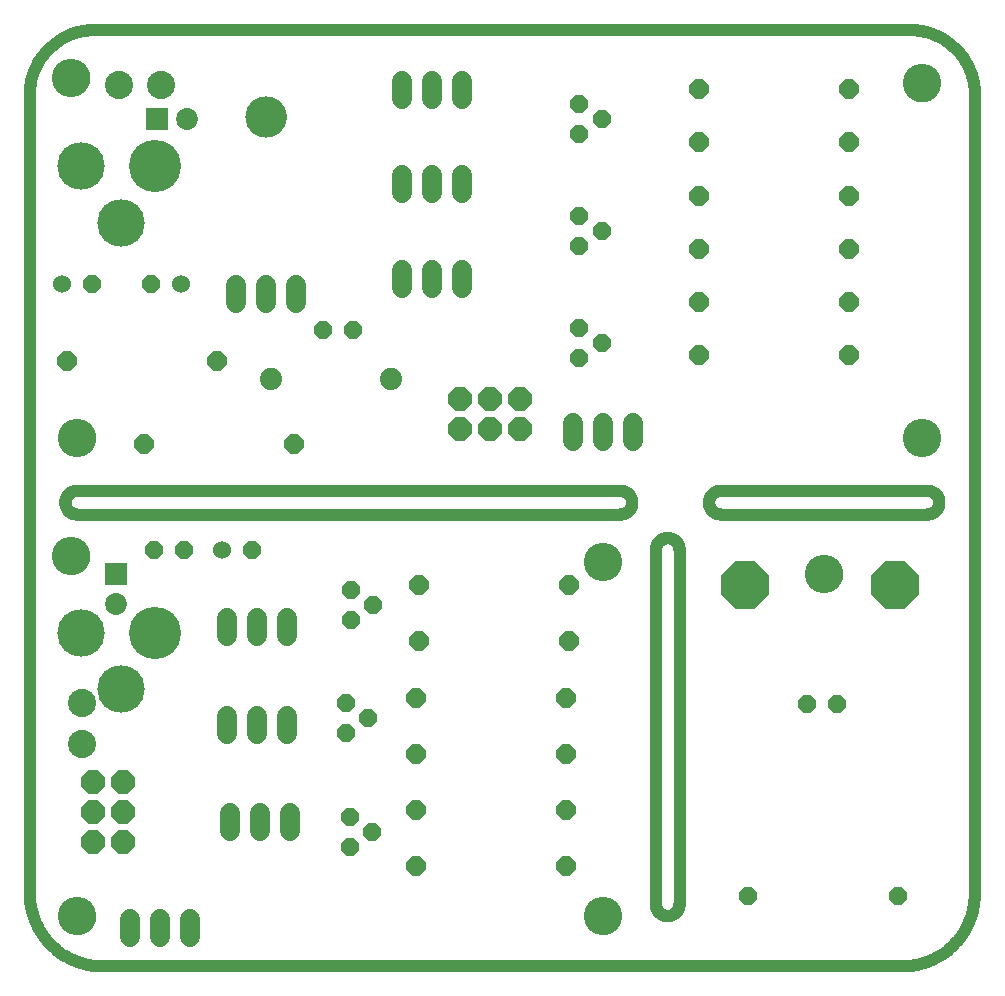
<source format=gts>
G75*
%MOIN*%
%OFA0B0*%
%FSLAX25Y25*%
%IPPOS*%
%LPD*%
%AMOC8*
5,1,8,0,0,1.08239X$1,22.5*
%
%ADD10C,0.00600*%
%ADD11C,0.00000*%
%ADD12C,0.12800*%
%ADD13C,0.04000*%
%ADD14OC8,0.06000*%
%ADD15C,0.17398*%
%ADD16C,0.15824*%
%ADD17C,0.06800*%
%ADD18OC8,0.06400*%
%ADD19C,0.06000*%
%ADD20OC8,0.07800*%
%ADD21C,0.13800*%
%ADD22C,0.07400*%
%ADD23OC8,0.15800*%
%ADD24R,0.07300X0.07300*%
%ADD25C,0.07300*%
%ADD26C,0.09400*%
D10*
X0016811Y0026622D02*
X0016811Y0030559D01*
X0016811Y0140795D01*
X0036496Y0156543D02*
X0203819Y0156543D01*
X0016811Y0186071D02*
X0016811Y0298276D01*
X0016811Y0300244D01*
D11*
X0024591Y0302213D02*
X0024593Y0302367D01*
X0024599Y0302522D01*
X0024609Y0302676D01*
X0024623Y0302830D01*
X0024641Y0302983D01*
X0024662Y0303136D01*
X0024688Y0303289D01*
X0024718Y0303440D01*
X0024751Y0303591D01*
X0024789Y0303741D01*
X0024830Y0303890D01*
X0024875Y0304038D01*
X0024924Y0304184D01*
X0024977Y0304330D01*
X0025033Y0304473D01*
X0025093Y0304616D01*
X0025157Y0304756D01*
X0025224Y0304896D01*
X0025295Y0305033D01*
X0025369Y0305168D01*
X0025447Y0305302D01*
X0025528Y0305433D01*
X0025613Y0305562D01*
X0025701Y0305690D01*
X0025792Y0305814D01*
X0025886Y0305937D01*
X0025984Y0306057D01*
X0026084Y0306174D01*
X0026188Y0306289D01*
X0026294Y0306401D01*
X0026403Y0306510D01*
X0026515Y0306616D01*
X0026630Y0306720D01*
X0026747Y0306820D01*
X0026867Y0306918D01*
X0026990Y0307012D01*
X0027114Y0307103D01*
X0027242Y0307191D01*
X0027371Y0307276D01*
X0027502Y0307357D01*
X0027636Y0307435D01*
X0027771Y0307509D01*
X0027908Y0307580D01*
X0028048Y0307647D01*
X0028188Y0307711D01*
X0028331Y0307771D01*
X0028474Y0307827D01*
X0028620Y0307880D01*
X0028766Y0307929D01*
X0028914Y0307974D01*
X0029063Y0308015D01*
X0029213Y0308053D01*
X0029364Y0308086D01*
X0029515Y0308116D01*
X0029668Y0308142D01*
X0029821Y0308163D01*
X0029974Y0308181D01*
X0030128Y0308195D01*
X0030282Y0308205D01*
X0030437Y0308211D01*
X0030591Y0308213D01*
X0030745Y0308211D01*
X0030900Y0308205D01*
X0031054Y0308195D01*
X0031208Y0308181D01*
X0031361Y0308163D01*
X0031514Y0308142D01*
X0031667Y0308116D01*
X0031818Y0308086D01*
X0031969Y0308053D01*
X0032119Y0308015D01*
X0032268Y0307974D01*
X0032416Y0307929D01*
X0032562Y0307880D01*
X0032708Y0307827D01*
X0032851Y0307771D01*
X0032994Y0307711D01*
X0033134Y0307647D01*
X0033274Y0307580D01*
X0033411Y0307509D01*
X0033546Y0307435D01*
X0033680Y0307357D01*
X0033811Y0307276D01*
X0033940Y0307191D01*
X0034068Y0307103D01*
X0034192Y0307012D01*
X0034315Y0306918D01*
X0034435Y0306820D01*
X0034552Y0306720D01*
X0034667Y0306616D01*
X0034779Y0306510D01*
X0034888Y0306401D01*
X0034994Y0306289D01*
X0035098Y0306174D01*
X0035198Y0306057D01*
X0035296Y0305937D01*
X0035390Y0305814D01*
X0035481Y0305690D01*
X0035569Y0305562D01*
X0035654Y0305433D01*
X0035735Y0305302D01*
X0035813Y0305168D01*
X0035887Y0305033D01*
X0035958Y0304896D01*
X0036025Y0304756D01*
X0036089Y0304616D01*
X0036149Y0304473D01*
X0036205Y0304330D01*
X0036258Y0304184D01*
X0036307Y0304038D01*
X0036352Y0303890D01*
X0036393Y0303741D01*
X0036431Y0303591D01*
X0036464Y0303440D01*
X0036494Y0303289D01*
X0036520Y0303136D01*
X0036541Y0302983D01*
X0036559Y0302830D01*
X0036573Y0302676D01*
X0036583Y0302522D01*
X0036589Y0302367D01*
X0036591Y0302213D01*
X0036589Y0302059D01*
X0036583Y0301904D01*
X0036573Y0301750D01*
X0036559Y0301596D01*
X0036541Y0301443D01*
X0036520Y0301290D01*
X0036494Y0301137D01*
X0036464Y0300986D01*
X0036431Y0300835D01*
X0036393Y0300685D01*
X0036352Y0300536D01*
X0036307Y0300388D01*
X0036258Y0300242D01*
X0036205Y0300096D01*
X0036149Y0299953D01*
X0036089Y0299810D01*
X0036025Y0299670D01*
X0035958Y0299530D01*
X0035887Y0299393D01*
X0035813Y0299258D01*
X0035735Y0299124D01*
X0035654Y0298993D01*
X0035569Y0298864D01*
X0035481Y0298736D01*
X0035390Y0298612D01*
X0035296Y0298489D01*
X0035198Y0298369D01*
X0035098Y0298252D01*
X0034994Y0298137D01*
X0034888Y0298025D01*
X0034779Y0297916D01*
X0034667Y0297810D01*
X0034552Y0297706D01*
X0034435Y0297606D01*
X0034315Y0297508D01*
X0034192Y0297414D01*
X0034068Y0297323D01*
X0033940Y0297235D01*
X0033811Y0297150D01*
X0033680Y0297069D01*
X0033546Y0296991D01*
X0033411Y0296917D01*
X0033274Y0296846D01*
X0033134Y0296779D01*
X0032994Y0296715D01*
X0032851Y0296655D01*
X0032708Y0296599D01*
X0032562Y0296546D01*
X0032416Y0296497D01*
X0032268Y0296452D01*
X0032119Y0296411D01*
X0031969Y0296373D01*
X0031818Y0296340D01*
X0031667Y0296310D01*
X0031514Y0296284D01*
X0031361Y0296263D01*
X0031208Y0296245D01*
X0031054Y0296231D01*
X0030900Y0296221D01*
X0030745Y0296215D01*
X0030591Y0296213D01*
X0030437Y0296215D01*
X0030282Y0296221D01*
X0030128Y0296231D01*
X0029974Y0296245D01*
X0029821Y0296263D01*
X0029668Y0296284D01*
X0029515Y0296310D01*
X0029364Y0296340D01*
X0029213Y0296373D01*
X0029063Y0296411D01*
X0028914Y0296452D01*
X0028766Y0296497D01*
X0028620Y0296546D01*
X0028474Y0296599D01*
X0028331Y0296655D01*
X0028188Y0296715D01*
X0028048Y0296779D01*
X0027908Y0296846D01*
X0027771Y0296917D01*
X0027636Y0296991D01*
X0027502Y0297069D01*
X0027371Y0297150D01*
X0027242Y0297235D01*
X0027114Y0297323D01*
X0026990Y0297414D01*
X0026867Y0297508D01*
X0026747Y0297606D01*
X0026630Y0297706D01*
X0026515Y0297810D01*
X0026403Y0297916D01*
X0026294Y0298025D01*
X0026188Y0298137D01*
X0026084Y0298252D01*
X0025984Y0298369D01*
X0025886Y0298489D01*
X0025792Y0298612D01*
X0025701Y0298736D01*
X0025613Y0298864D01*
X0025528Y0298993D01*
X0025447Y0299124D01*
X0025369Y0299258D01*
X0025295Y0299393D01*
X0025224Y0299530D01*
X0025157Y0299670D01*
X0025093Y0299810D01*
X0025033Y0299953D01*
X0024977Y0300096D01*
X0024924Y0300242D01*
X0024875Y0300388D01*
X0024830Y0300536D01*
X0024789Y0300685D01*
X0024751Y0300835D01*
X0024718Y0300986D01*
X0024688Y0301137D01*
X0024662Y0301290D01*
X0024641Y0301443D01*
X0024623Y0301596D01*
X0024609Y0301750D01*
X0024599Y0301904D01*
X0024593Y0302059D01*
X0024591Y0302213D01*
X0089051Y0289126D02*
X0089053Y0289287D01*
X0089059Y0289447D01*
X0089069Y0289608D01*
X0089083Y0289768D01*
X0089101Y0289928D01*
X0089122Y0290087D01*
X0089148Y0290246D01*
X0089178Y0290404D01*
X0089211Y0290561D01*
X0089249Y0290718D01*
X0089290Y0290873D01*
X0089335Y0291027D01*
X0089384Y0291180D01*
X0089437Y0291332D01*
X0089493Y0291483D01*
X0089554Y0291632D01*
X0089617Y0291780D01*
X0089685Y0291926D01*
X0089756Y0292070D01*
X0089830Y0292212D01*
X0089908Y0292353D01*
X0089990Y0292491D01*
X0090075Y0292628D01*
X0090163Y0292762D01*
X0090255Y0292894D01*
X0090350Y0293024D01*
X0090448Y0293152D01*
X0090549Y0293277D01*
X0090653Y0293399D01*
X0090760Y0293519D01*
X0090870Y0293636D01*
X0090983Y0293751D01*
X0091099Y0293862D01*
X0091218Y0293971D01*
X0091339Y0294076D01*
X0091463Y0294179D01*
X0091589Y0294279D01*
X0091717Y0294375D01*
X0091848Y0294468D01*
X0091982Y0294558D01*
X0092117Y0294645D01*
X0092255Y0294728D01*
X0092394Y0294808D01*
X0092536Y0294884D01*
X0092679Y0294957D01*
X0092824Y0295026D01*
X0092971Y0295092D01*
X0093119Y0295154D01*
X0093269Y0295212D01*
X0093420Y0295267D01*
X0093573Y0295318D01*
X0093727Y0295365D01*
X0093882Y0295408D01*
X0094038Y0295447D01*
X0094194Y0295483D01*
X0094352Y0295514D01*
X0094510Y0295542D01*
X0094669Y0295566D01*
X0094829Y0295586D01*
X0094989Y0295602D01*
X0095149Y0295614D01*
X0095310Y0295622D01*
X0095471Y0295626D01*
X0095631Y0295626D01*
X0095792Y0295622D01*
X0095953Y0295614D01*
X0096113Y0295602D01*
X0096273Y0295586D01*
X0096433Y0295566D01*
X0096592Y0295542D01*
X0096750Y0295514D01*
X0096908Y0295483D01*
X0097064Y0295447D01*
X0097220Y0295408D01*
X0097375Y0295365D01*
X0097529Y0295318D01*
X0097682Y0295267D01*
X0097833Y0295212D01*
X0097983Y0295154D01*
X0098131Y0295092D01*
X0098278Y0295026D01*
X0098423Y0294957D01*
X0098566Y0294884D01*
X0098708Y0294808D01*
X0098847Y0294728D01*
X0098985Y0294645D01*
X0099120Y0294558D01*
X0099254Y0294468D01*
X0099385Y0294375D01*
X0099513Y0294279D01*
X0099639Y0294179D01*
X0099763Y0294076D01*
X0099884Y0293971D01*
X0100003Y0293862D01*
X0100119Y0293751D01*
X0100232Y0293636D01*
X0100342Y0293519D01*
X0100449Y0293399D01*
X0100553Y0293277D01*
X0100654Y0293152D01*
X0100752Y0293024D01*
X0100847Y0292894D01*
X0100939Y0292762D01*
X0101027Y0292628D01*
X0101112Y0292491D01*
X0101194Y0292353D01*
X0101272Y0292212D01*
X0101346Y0292070D01*
X0101417Y0291926D01*
X0101485Y0291780D01*
X0101548Y0291632D01*
X0101609Y0291483D01*
X0101665Y0291332D01*
X0101718Y0291180D01*
X0101767Y0291027D01*
X0101812Y0290873D01*
X0101853Y0290718D01*
X0101891Y0290561D01*
X0101924Y0290404D01*
X0101954Y0290246D01*
X0101980Y0290087D01*
X0102001Y0289928D01*
X0102019Y0289768D01*
X0102033Y0289608D01*
X0102043Y0289447D01*
X0102049Y0289287D01*
X0102051Y0289126D01*
X0102049Y0288965D01*
X0102043Y0288805D01*
X0102033Y0288644D01*
X0102019Y0288484D01*
X0102001Y0288324D01*
X0101980Y0288165D01*
X0101954Y0288006D01*
X0101924Y0287848D01*
X0101891Y0287691D01*
X0101853Y0287534D01*
X0101812Y0287379D01*
X0101767Y0287225D01*
X0101718Y0287072D01*
X0101665Y0286920D01*
X0101609Y0286769D01*
X0101548Y0286620D01*
X0101485Y0286472D01*
X0101417Y0286326D01*
X0101346Y0286182D01*
X0101272Y0286040D01*
X0101194Y0285899D01*
X0101112Y0285761D01*
X0101027Y0285624D01*
X0100939Y0285490D01*
X0100847Y0285358D01*
X0100752Y0285228D01*
X0100654Y0285100D01*
X0100553Y0284975D01*
X0100449Y0284853D01*
X0100342Y0284733D01*
X0100232Y0284616D01*
X0100119Y0284501D01*
X0100003Y0284390D01*
X0099884Y0284281D01*
X0099763Y0284176D01*
X0099639Y0284073D01*
X0099513Y0283973D01*
X0099385Y0283877D01*
X0099254Y0283784D01*
X0099120Y0283694D01*
X0098985Y0283607D01*
X0098847Y0283524D01*
X0098708Y0283444D01*
X0098566Y0283368D01*
X0098423Y0283295D01*
X0098278Y0283226D01*
X0098131Y0283160D01*
X0097983Y0283098D01*
X0097833Y0283040D01*
X0097682Y0282985D01*
X0097529Y0282934D01*
X0097375Y0282887D01*
X0097220Y0282844D01*
X0097064Y0282805D01*
X0096908Y0282769D01*
X0096750Y0282738D01*
X0096592Y0282710D01*
X0096433Y0282686D01*
X0096273Y0282666D01*
X0096113Y0282650D01*
X0095953Y0282638D01*
X0095792Y0282630D01*
X0095631Y0282626D01*
X0095471Y0282626D01*
X0095310Y0282630D01*
X0095149Y0282638D01*
X0094989Y0282650D01*
X0094829Y0282666D01*
X0094669Y0282686D01*
X0094510Y0282710D01*
X0094352Y0282738D01*
X0094194Y0282769D01*
X0094038Y0282805D01*
X0093882Y0282844D01*
X0093727Y0282887D01*
X0093573Y0282934D01*
X0093420Y0282985D01*
X0093269Y0283040D01*
X0093119Y0283098D01*
X0092971Y0283160D01*
X0092824Y0283226D01*
X0092679Y0283295D01*
X0092536Y0283368D01*
X0092394Y0283444D01*
X0092255Y0283524D01*
X0092117Y0283607D01*
X0091982Y0283694D01*
X0091848Y0283784D01*
X0091717Y0283877D01*
X0091589Y0283973D01*
X0091463Y0284073D01*
X0091339Y0284176D01*
X0091218Y0284281D01*
X0091099Y0284390D01*
X0090983Y0284501D01*
X0090870Y0284616D01*
X0090760Y0284733D01*
X0090653Y0284853D01*
X0090549Y0284975D01*
X0090448Y0285100D01*
X0090350Y0285228D01*
X0090255Y0285358D01*
X0090163Y0285490D01*
X0090075Y0285624D01*
X0089990Y0285761D01*
X0089908Y0285899D01*
X0089830Y0286040D01*
X0089756Y0286182D01*
X0089685Y0286326D01*
X0089617Y0286472D01*
X0089554Y0286620D01*
X0089493Y0286769D01*
X0089437Y0286920D01*
X0089384Y0287072D01*
X0089335Y0287225D01*
X0089290Y0287379D01*
X0089249Y0287534D01*
X0089211Y0287691D01*
X0089178Y0287848D01*
X0089148Y0288006D01*
X0089122Y0288165D01*
X0089101Y0288324D01*
X0089083Y0288484D01*
X0089069Y0288644D01*
X0089059Y0288805D01*
X0089053Y0288965D01*
X0089051Y0289126D01*
X0026559Y0182134D02*
X0026561Y0182288D01*
X0026567Y0182443D01*
X0026577Y0182597D01*
X0026591Y0182751D01*
X0026609Y0182904D01*
X0026630Y0183057D01*
X0026656Y0183210D01*
X0026686Y0183361D01*
X0026719Y0183512D01*
X0026757Y0183662D01*
X0026798Y0183811D01*
X0026843Y0183959D01*
X0026892Y0184105D01*
X0026945Y0184251D01*
X0027001Y0184394D01*
X0027061Y0184537D01*
X0027125Y0184677D01*
X0027192Y0184817D01*
X0027263Y0184954D01*
X0027337Y0185089D01*
X0027415Y0185223D01*
X0027496Y0185354D01*
X0027581Y0185483D01*
X0027669Y0185611D01*
X0027760Y0185735D01*
X0027854Y0185858D01*
X0027952Y0185978D01*
X0028052Y0186095D01*
X0028156Y0186210D01*
X0028262Y0186322D01*
X0028371Y0186431D01*
X0028483Y0186537D01*
X0028598Y0186641D01*
X0028715Y0186741D01*
X0028835Y0186839D01*
X0028958Y0186933D01*
X0029082Y0187024D01*
X0029210Y0187112D01*
X0029339Y0187197D01*
X0029470Y0187278D01*
X0029604Y0187356D01*
X0029739Y0187430D01*
X0029876Y0187501D01*
X0030016Y0187568D01*
X0030156Y0187632D01*
X0030299Y0187692D01*
X0030442Y0187748D01*
X0030588Y0187801D01*
X0030734Y0187850D01*
X0030882Y0187895D01*
X0031031Y0187936D01*
X0031181Y0187974D01*
X0031332Y0188007D01*
X0031483Y0188037D01*
X0031636Y0188063D01*
X0031789Y0188084D01*
X0031942Y0188102D01*
X0032096Y0188116D01*
X0032250Y0188126D01*
X0032405Y0188132D01*
X0032559Y0188134D01*
X0032713Y0188132D01*
X0032868Y0188126D01*
X0033022Y0188116D01*
X0033176Y0188102D01*
X0033329Y0188084D01*
X0033482Y0188063D01*
X0033635Y0188037D01*
X0033786Y0188007D01*
X0033937Y0187974D01*
X0034087Y0187936D01*
X0034236Y0187895D01*
X0034384Y0187850D01*
X0034530Y0187801D01*
X0034676Y0187748D01*
X0034819Y0187692D01*
X0034962Y0187632D01*
X0035102Y0187568D01*
X0035242Y0187501D01*
X0035379Y0187430D01*
X0035514Y0187356D01*
X0035648Y0187278D01*
X0035779Y0187197D01*
X0035908Y0187112D01*
X0036036Y0187024D01*
X0036160Y0186933D01*
X0036283Y0186839D01*
X0036403Y0186741D01*
X0036520Y0186641D01*
X0036635Y0186537D01*
X0036747Y0186431D01*
X0036856Y0186322D01*
X0036962Y0186210D01*
X0037066Y0186095D01*
X0037166Y0185978D01*
X0037264Y0185858D01*
X0037358Y0185735D01*
X0037449Y0185611D01*
X0037537Y0185483D01*
X0037622Y0185354D01*
X0037703Y0185223D01*
X0037781Y0185089D01*
X0037855Y0184954D01*
X0037926Y0184817D01*
X0037993Y0184677D01*
X0038057Y0184537D01*
X0038117Y0184394D01*
X0038173Y0184251D01*
X0038226Y0184105D01*
X0038275Y0183959D01*
X0038320Y0183811D01*
X0038361Y0183662D01*
X0038399Y0183512D01*
X0038432Y0183361D01*
X0038462Y0183210D01*
X0038488Y0183057D01*
X0038509Y0182904D01*
X0038527Y0182751D01*
X0038541Y0182597D01*
X0038551Y0182443D01*
X0038557Y0182288D01*
X0038559Y0182134D01*
X0038557Y0181980D01*
X0038551Y0181825D01*
X0038541Y0181671D01*
X0038527Y0181517D01*
X0038509Y0181364D01*
X0038488Y0181211D01*
X0038462Y0181058D01*
X0038432Y0180907D01*
X0038399Y0180756D01*
X0038361Y0180606D01*
X0038320Y0180457D01*
X0038275Y0180309D01*
X0038226Y0180163D01*
X0038173Y0180017D01*
X0038117Y0179874D01*
X0038057Y0179731D01*
X0037993Y0179591D01*
X0037926Y0179451D01*
X0037855Y0179314D01*
X0037781Y0179179D01*
X0037703Y0179045D01*
X0037622Y0178914D01*
X0037537Y0178785D01*
X0037449Y0178657D01*
X0037358Y0178533D01*
X0037264Y0178410D01*
X0037166Y0178290D01*
X0037066Y0178173D01*
X0036962Y0178058D01*
X0036856Y0177946D01*
X0036747Y0177837D01*
X0036635Y0177731D01*
X0036520Y0177627D01*
X0036403Y0177527D01*
X0036283Y0177429D01*
X0036160Y0177335D01*
X0036036Y0177244D01*
X0035908Y0177156D01*
X0035779Y0177071D01*
X0035648Y0176990D01*
X0035514Y0176912D01*
X0035379Y0176838D01*
X0035242Y0176767D01*
X0035102Y0176700D01*
X0034962Y0176636D01*
X0034819Y0176576D01*
X0034676Y0176520D01*
X0034530Y0176467D01*
X0034384Y0176418D01*
X0034236Y0176373D01*
X0034087Y0176332D01*
X0033937Y0176294D01*
X0033786Y0176261D01*
X0033635Y0176231D01*
X0033482Y0176205D01*
X0033329Y0176184D01*
X0033176Y0176166D01*
X0033022Y0176152D01*
X0032868Y0176142D01*
X0032713Y0176136D01*
X0032559Y0176134D01*
X0032405Y0176136D01*
X0032250Y0176142D01*
X0032096Y0176152D01*
X0031942Y0176166D01*
X0031789Y0176184D01*
X0031636Y0176205D01*
X0031483Y0176231D01*
X0031332Y0176261D01*
X0031181Y0176294D01*
X0031031Y0176332D01*
X0030882Y0176373D01*
X0030734Y0176418D01*
X0030588Y0176467D01*
X0030442Y0176520D01*
X0030299Y0176576D01*
X0030156Y0176636D01*
X0030016Y0176700D01*
X0029876Y0176767D01*
X0029739Y0176838D01*
X0029604Y0176912D01*
X0029470Y0176990D01*
X0029339Y0177071D01*
X0029210Y0177156D01*
X0029082Y0177244D01*
X0028958Y0177335D01*
X0028835Y0177429D01*
X0028715Y0177527D01*
X0028598Y0177627D01*
X0028483Y0177731D01*
X0028371Y0177837D01*
X0028262Y0177946D01*
X0028156Y0178058D01*
X0028052Y0178173D01*
X0027952Y0178290D01*
X0027854Y0178410D01*
X0027760Y0178533D01*
X0027669Y0178657D01*
X0027581Y0178785D01*
X0027496Y0178914D01*
X0027415Y0179045D01*
X0027337Y0179179D01*
X0027263Y0179314D01*
X0027192Y0179451D01*
X0027125Y0179591D01*
X0027061Y0179731D01*
X0027001Y0179874D01*
X0026945Y0180017D01*
X0026892Y0180163D01*
X0026843Y0180309D01*
X0026798Y0180457D01*
X0026757Y0180606D01*
X0026719Y0180756D01*
X0026686Y0180907D01*
X0026656Y0181058D01*
X0026630Y0181211D01*
X0026609Y0181364D01*
X0026591Y0181517D01*
X0026577Y0181671D01*
X0026567Y0181825D01*
X0026561Y0181980D01*
X0026559Y0182134D01*
X0024591Y0142764D02*
X0024593Y0142918D01*
X0024599Y0143073D01*
X0024609Y0143227D01*
X0024623Y0143381D01*
X0024641Y0143534D01*
X0024662Y0143687D01*
X0024688Y0143840D01*
X0024718Y0143991D01*
X0024751Y0144142D01*
X0024789Y0144292D01*
X0024830Y0144441D01*
X0024875Y0144589D01*
X0024924Y0144735D01*
X0024977Y0144881D01*
X0025033Y0145024D01*
X0025093Y0145167D01*
X0025157Y0145307D01*
X0025224Y0145447D01*
X0025295Y0145584D01*
X0025369Y0145719D01*
X0025447Y0145853D01*
X0025528Y0145984D01*
X0025613Y0146113D01*
X0025701Y0146241D01*
X0025792Y0146365D01*
X0025886Y0146488D01*
X0025984Y0146608D01*
X0026084Y0146725D01*
X0026188Y0146840D01*
X0026294Y0146952D01*
X0026403Y0147061D01*
X0026515Y0147167D01*
X0026630Y0147271D01*
X0026747Y0147371D01*
X0026867Y0147469D01*
X0026990Y0147563D01*
X0027114Y0147654D01*
X0027242Y0147742D01*
X0027371Y0147827D01*
X0027502Y0147908D01*
X0027636Y0147986D01*
X0027771Y0148060D01*
X0027908Y0148131D01*
X0028048Y0148198D01*
X0028188Y0148262D01*
X0028331Y0148322D01*
X0028474Y0148378D01*
X0028620Y0148431D01*
X0028766Y0148480D01*
X0028914Y0148525D01*
X0029063Y0148566D01*
X0029213Y0148604D01*
X0029364Y0148637D01*
X0029515Y0148667D01*
X0029668Y0148693D01*
X0029821Y0148714D01*
X0029974Y0148732D01*
X0030128Y0148746D01*
X0030282Y0148756D01*
X0030437Y0148762D01*
X0030591Y0148764D01*
X0030745Y0148762D01*
X0030900Y0148756D01*
X0031054Y0148746D01*
X0031208Y0148732D01*
X0031361Y0148714D01*
X0031514Y0148693D01*
X0031667Y0148667D01*
X0031818Y0148637D01*
X0031969Y0148604D01*
X0032119Y0148566D01*
X0032268Y0148525D01*
X0032416Y0148480D01*
X0032562Y0148431D01*
X0032708Y0148378D01*
X0032851Y0148322D01*
X0032994Y0148262D01*
X0033134Y0148198D01*
X0033274Y0148131D01*
X0033411Y0148060D01*
X0033546Y0147986D01*
X0033680Y0147908D01*
X0033811Y0147827D01*
X0033940Y0147742D01*
X0034068Y0147654D01*
X0034192Y0147563D01*
X0034315Y0147469D01*
X0034435Y0147371D01*
X0034552Y0147271D01*
X0034667Y0147167D01*
X0034779Y0147061D01*
X0034888Y0146952D01*
X0034994Y0146840D01*
X0035098Y0146725D01*
X0035198Y0146608D01*
X0035296Y0146488D01*
X0035390Y0146365D01*
X0035481Y0146241D01*
X0035569Y0146113D01*
X0035654Y0145984D01*
X0035735Y0145853D01*
X0035813Y0145719D01*
X0035887Y0145584D01*
X0035958Y0145447D01*
X0036025Y0145307D01*
X0036089Y0145167D01*
X0036149Y0145024D01*
X0036205Y0144881D01*
X0036258Y0144735D01*
X0036307Y0144589D01*
X0036352Y0144441D01*
X0036393Y0144292D01*
X0036431Y0144142D01*
X0036464Y0143991D01*
X0036494Y0143840D01*
X0036520Y0143687D01*
X0036541Y0143534D01*
X0036559Y0143381D01*
X0036573Y0143227D01*
X0036583Y0143073D01*
X0036589Y0142918D01*
X0036591Y0142764D01*
X0036589Y0142610D01*
X0036583Y0142455D01*
X0036573Y0142301D01*
X0036559Y0142147D01*
X0036541Y0141994D01*
X0036520Y0141841D01*
X0036494Y0141688D01*
X0036464Y0141537D01*
X0036431Y0141386D01*
X0036393Y0141236D01*
X0036352Y0141087D01*
X0036307Y0140939D01*
X0036258Y0140793D01*
X0036205Y0140647D01*
X0036149Y0140504D01*
X0036089Y0140361D01*
X0036025Y0140221D01*
X0035958Y0140081D01*
X0035887Y0139944D01*
X0035813Y0139809D01*
X0035735Y0139675D01*
X0035654Y0139544D01*
X0035569Y0139415D01*
X0035481Y0139287D01*
X0035390Y0139163D01*
X0035296Y0139040D01*
X0035198Y0138920D01*
X0035098Y0138803D01*
X0034994Y0138688D01*
X0034888Y0138576D01*
X0034779Y0138467D01*
X0034667Y0138361D01*
X0034552Y0138257D01*
X0034435Y0138157D01*
X0034315Y0138059D01*
X0034192Y0137965D01*
X0034068Y0137874D01*
X0033940Y0137786D01*
X0033811Y0137701D01*
X0033680Y0137620D01*
X0033546Y0137542D01*
X0033411Y0137468D01*
X0033274Y0137397D01*
X0033134Y0137330D01*
X0032994Y0137266D01*
X0032851Y0137206D01*
X0032708Y0137150D01*
X0032562Y0137097D01*
X0032416Y0137048D01*
X0032268Y0137003D01*
X0032119Y0136962D01*
X0031969Y0136924D01*
X0031818Y0136891D01*
X0031667Y0136861D01*
X0031514Y0136835D01*
X0031361Y0136814D01*
X0031208Y0136796D01*
X0031054Y0136782D01*
X0030900Y0136772D01*
X0030745Y0136766D01*
X0030591Y0136764D01*
X0030437Y0136766D01*
X0030282Y0136772D01*
X0030128Y0136782D01*
X0029974Y0136796D01*
X0029821Y0136814D01*
X0029668Y0136835D01*
X0029515Y0136861D01*
X0029364Y0136891D01*
X0029213Y0136924D01*
X0029063Y0136962D01*
X0028914Y0137003D01*
X0028766Y0137048D01*
X0028620Y0137097D01*
X0028474Y0137150D01*
X0028331Y0137206D01*
X0028188Y0137266D01*
X0028048Y0137330D01*
X0027908Y0137397D01*
X0027771Y0137468D01*
X0027636Y0137542D01*
X0027502Y0137620D01*
X0027371Y0137701D01*
X0027242Y0137786D01*
X0027114Y0137874D01*
X0026990Y0137965D01*
X0026867Y0138059D01*
X0026747Y0138157D01*
X0026630Y0138257D01*
X0026515Y0138361D01*
X0026403Y0138467D01*
X0026294Y0138576D01*
X0026188Y0138688D01*
X0026084Y0138803D01*
X0025984Y0138920D01*
X0025886Y0139040D01*
X0025792Y0139163D01*
X0025701Y0139287D01*
X0025613Y0139415D01*
X0025528Y0139544D01*
X0025447Y0139675D01*
X0025369Y0139809D01*
X0025295Y0139944D01*
X0025224Y0140081D01*
X0025157Y0140221D01*
X0025093Y0140361D01*
X0025033Y0140504D01*
X0024977Y0140647D01*
X0024924Y0140793D01*
X0024875Y0140939D01*
X0024830Y0141087D01*
X0024789Y0141236D01*
X0024751Y0141386D01*
X0024718Y0141537D01*
X0024688Y0141688D01*
X0024662Y0141841D01*
X0024641Y0141994D01*
X0024623Y0142147D01*
X0024609Y0142301D01*
X0024599Y0142455D01*
X0024593Y0142610D01*
X0024591Y0142764D01*
X0026559Y0022685D02*
X0026561Y0022839D01*
X0026567Y0022994D01*
X0026577Y0023148D01*
X0026591Y0023302D01*
X0026609Y0023455D01*
X0026630Y0023608D01*
X0026656Y0023761D01*
X0026686Y0023912D01*
X0026719Y0024063D01*
X0026757Y0024213D01*
X0026798Y0024362D01*
X0026843Y0024510D01*
X0026892Y0024656D01*
X0026945Y0024802D01*
X0027001Y0024945D01*
X0027061Y0025088D01*
X0027125Y0025228D01*
X0027192Y0025368D01*
X0027263Y0025505D01*
X0027337Y0025640D01*
X0027415Y0025774D01*
X0027496Y0025905D01*
X0027581Y0026034D01*
X0027669Y0026162D01*
X0027760Y0026286D01*
X0027854Y0026409D01*
X0027952Y0026529D01*
X0028052Y0026646D01*
X0028156Y0026761D01*
X0028262Y0026873D01*
X0028371Y0026982D01*
X0028483Y0027088D01*
X0028598Y0027192D01*
X0028715Y0027292D01*
X0028835Y0027390D01*
X0028958Y0027484D01*
X0029082Y0027575D01*
X0029210Y0027663D01*
X0029339Y0027748D01*
X0029470Y0027829D01*
X0029604Y0027907D01*
X0029739Y0027981D01*
X0029876Y0028052D01*
X0030016Y0028119D01*
X0030156Y0028183D01*
X0030299Y0028243D01*
X0030442Y0028299D01*
X0030588Y0028352D01*
X0030734Y0028401D01*
X0030882Y0028446D01*
X0031031Y0028487D01*
X0031181Y0028525D01*
X0031332Y0028558D01*
X0031483Y0028588D01*
X0031636Y0028614D01*
X0031789Y0028635D01*
X0031942Y0028653D01*
X0032096Y0028667D01*
X0032250Y0028677D01*
X0032405Y0028683D01*
X0032559Y0028685D01*
X0032713Y0028683D01*
X0032868Y0028677D01*
X0033022Y0028667D01*
X0033176Y0028653D01*
X0033329Y0028635D01*
X0033482Y0028614D01*
X0033635Y0028588D01*
X0033786Y0028558D01*
X0033937Y0028525D01*
X0034087Y0028487D01*
X0034236Y0028446D01*
X0034384Y0028401D01*
X0034530Y0028352D01*
X0034676Y0028299D01*
X0034819Y0028243D01*
X0034962Y0028183D01*
X0035102Y0028119D01*
X0035242Y0028052D01*
X0035379Y0027981D01*
X0035514Y0027907D01*
X0035648Y0027829D01*
X0035779Y0027748D01*
X0035908Y0027663D01*
X0036036Y0027575D01*
X0036160Y0027484D01*
X0036283Y0027390D01*
X0036403Y0027292D01*
X0036520Y0027192D01*
X0036635Y0027088D01*
X0036747Y0026982D01*
X0036856Y0026873D01*
X0036962Y0026761D01*
X0037066Y0026646D01*
X0037166Y0026529D01*
X0037264Y0026409D01*
X0037358Y0026286D01*
X0037449Y0026162D01*
X0037537Y0026034D01*
X0037622Y0025905D01*
X0037703Y0025774D01*
X0037781Y0025640D01*
X0037855Y0025505D01*
X0037926Y0025368D01*
X0037993Y0025228D01*
X0038057Y0025088D01*
X0038117Y0024945D01*
X0038173Y0024802D01*
X0038226Y0024656D01*
X0038275Y0024510D01*
X0038320Y0024362D01*
X0038361Y0024213D01*
X0038399Y0024063D01*
X0038432Y0023912D01*
X0038462Y0023761D01*
X0038488Y0023608D01*
X0038509Y0023455D01*
X0038527Y0023302D01*
X0038541Y0023148D01*
X0038551Y0022994D01*
X0038557Y0022839D01*
X0038559Y0022685D01*
X0038557Y0022531D01*
X0038551Y0022376D01*
X0038541Y0022222D01*
X0038527Y0022068D01*
X0038509Y0021915D01*
X0038488Y0021762D01*
X0038462Y0021609D01*
X0038432Y0021458D01*
X0038399Y0021307D01*
X0038361Y0021157D01*
X0038320Y0021008D01*
X0038275Y0020860D01*
X0038226Y0020714D01*
X0038173Y0020568D01*
X0038117Y0020425D01*
X0038057Y0020282D01*
X0037993Y0020142D01*
X0037926Y0020002D01*
X0037855Y0019865D01*
X0037781Y0019730D01*
X0037703Y0019596D01*
X0037622Y0019465D01*
X0037537Y0019336D01*
X0037449Y0019208D01*
X0037358Y0019084D01*
X0037264Y0018961D01*
X0037166Y0018841D01*
X0037066Y0018724D01*
X0036962Y0018609D01*
X0036856Y0018497D01*
X0036747Y0018388D01*
X0036635Y0018282D01*
X0036520Y0018178D01*
X0036403Y0018078D01*
X0036283Y0017980D01*
X0036160Y0017886D01*
X0036036Y0017795D01*
X0035908Y0017707D01*
X0035779Y0017622D01*
X0035648Y0017541D01*
X0035514Y0017463D01*
X0035379Y0017389D01*
X0035242Y0017318D01*
X0035102Y0017251D01*
X0034962Y0017187D01*
X0034819Y0017127D01*
X0034676Y0017071D01*
X0034530Y0017018D01*
X0034384Y0016969D01*
X0034236Y0016924D01*
X0034087Y0016883D01*
X0033937Y0016845D01*
X0033786Y0016812D01*
X0033635Y0016782D01*
X0033482Y0016756D01*
X0033329Y0016735D01*
X0033176Y0016717D01*
X0033022Y0016703D01*
X0032868Y0016693D01*
X0032713Y0016687D01*
X0032559Y0016685D01*
X0032405Y0016687D01*
X0032250Y0016693D01*
X0032096Y0016703D01*
X0031942Y0016717D01*
X0031789Y0016735D01*
X0031636Y0016756D01*
X0031483Y0016782D01*
X0031332Y0016812D01*
X0031181Y0016845D01*
X0031031Y0016883D01*
X0030882Y0016924D01*
X0030734Y0016969D01*
X0030588Y0017018D01*
X0030442Y0017071D01*
X0030299Y0017127D01*
X0030156Y0017187D01*
X0030016Y0017251D01*
X0029876Y0017318D01*
X0029739Y0017389D01*
X0029604Y0017463D01*
X0029470Y0017541D01*
X0029339Y0017622D01*
X0029210Y0017707D01*
X0029082Y0017795D01*
X0028958Y0017886D01*
X0028835Y0017980D01*
X0028715Y0018078D01*
X0028598Y0018178D01*
X0028483Y0018282D01*
X0028371Y0018388D01*
X0028262Y0018497D01*
X0028156Y0018609D01*
X0028052Y0018724D01*
X0027952Y0018841D01*
X0027854Y0018961D01*
X0027760Y0019084D01*
X0027669Y0019208D01*
X0027581Y0019336D01*
X0027496Y0019465D01*
X0027415Y0019596D01*
X0027337Y0019730D01*
X0027263Y0019865D01*
X0027192Y0020002D01*
X0027125Y0020142D01*
X0027061Y0020282D01*
X0027001Y0020425D01*
X0026945Y0020568D01*
X0026892Y0020714D01*
X0026843Y0020860D01*
X0026798Y0021008D01*
X0026757Y0021157D01*
X0026719Y0021307D01*
X0026686Y0021458D01*
X0026656Y0021609D01*
X0026630Y0021762D01*
X0026609Y0021915D01*
X0026591Y0022068D01*
X0026577Y0022222D01*
X0026567Y0022376D01*
X0026561Y0022531D01*
X0026559Y0022685D01*
X0201756Y0022685D02*
X0201758Y0022839D01*
X0201764Y0022994D01*
X0201774Y0023148D01*
X0201788Y0023302D01*
X0201806Y0023455D01*
X0201827Y0023608D01*
X0201853Y0023761D01*
X0201883Y0023912D01*
X0201916Y0024063D01*
X0201954Y0024213D01*
X0201995Y0024362D01*
X0202040Y0024510D01*
X0202089Y0024656D01*
X0202142Y0024802D01*
X0202198Y0024945D01*
X0202258Y0025088D01*
X0202322Y0025228D01*
X0202389Y0025368D01*
X0202460Y0025505D01*
X0202534Y0025640D01*
X0202612Y0025774D01*
X0202693Y0025905D01*
X0202778Y0026034D01*
X0202866Y0026162D01*
X0202957Y0026286D01*
X0203051Y0026409D01*
X0203149Y0026529D01*
X0203249Y0026646D01*
X0203353Y0026761D01*
X0203459Y0026873D01*
X0203568Y0026982D01*
X0203680Y0027088D01*
X0203795Y0027192D01*
X0203912Y0027292D01*
X0204032Y0027390D01*
X0204155Y0027484D01*
X0204279Y0027575D01*
X0204407Y0027663D01*
X0204536Y0027748D01*
X0204667Y0027829D01*
X0204801Y0027907D01*
X0204936Y0027981D01*
X0205073Y0028052D01*
X0205213Y0028119D01*
X0205353Y0028183D01*
X0205496Y0028243D01*
X0205639Y0028299D01*
X0205785Y0028352D01*
X0205931Y0028401D01*
X0206079Y0028446D01*
X0206228Y0028487D01*
X0206378Y0028525D01*
X0206529Y0028558D01*
X0206680Y0028588D01*
X0206833Y0028614D01*
X0206986Y0028635D01*
X0207139Y0028653D01*
X0207293Y0028667D01*
X0207447Y0028677D01*
X0207602Y0028683D01*
X0207756Y0028685D01*
X0207910Y0028683D01*
X0208065Y0028677D01*
X0208219Y0028667D01*
X0208373Y0028653D01*
X0208526Y0028635D01*
X0208679Y0028614D01*
X0208832Y0028588D01*
X0208983Y0028558D01*
X0209134Y0028525D01*
X0209284Y0028487D01*
X0209433Y0028446D01*
X0209581Y0028401D01*
X0209727Y0028352D01*
X0209873Y0028299D01*
X0210016Y0028243D01*
X0210159Y0028183D01*
X0210299Y0028119D01*
X0210439Y0028052D01*
X0210576Y0027981D01*
X0210711Y0027907D01*
X0210845Y0027829D01*
X0210976Y0027748D01*
X0211105Y0027663D01*
X0211233Y0027575D01*
X0211357Y0027484D01*
X0211480Y0027390D01*
X0211600Y0027292D01*
X0211717Y0027192D01*
X0211832Y0027088D01*
X0211944Y0026982D01*
X0212053Y0026873D01*
X0212159Y0026761D01*
X0212263Y0026646D01*
X0212363Y0026529D01*
X0212461Y0026409D01*
X0212555Y0026286D01*
X0212646Y0026162D01*
X0212734Y0026034D01*
X0212819Y0025905D01*
X0212900Y0025774D01*
X0212978Y0025640D01*
X0213052Y0025505D01*
X0213123Y0025368D01*
X0213190Y0025228D01*
X0213254Y0025088D01*
X0213314Y0024945D01*
X0213370Y0024802D01*
X0213423Y0024656D01*
X0213472Y0024510D01*
X0213517Y0024362D01*
X0213558Y0024213D01*
X0213596Y0024063D01*
X0213629Y0023912D01*
X0213659Y0023761D01*
X0213685Y0023608D01*
X0213706Y0023455D01*
X0213724Y0023302D01*
X0213738Y0023148D01*
X0213748Y0022994D01*
X0213754Y0022839D01*
X0213756Y0022685D01*
X0213754Y0022531D01*
X0213748Y0022376D01*
X0213738Y0022222D01*
X0213724Y0022068D01*
X0213706Y0021915D01*
X0213685Y0021762D01*
X0213659Y0021609D01*
X0213629Y0021458D01*
X0213596Y0021307D01*
X0213558Y0021157D01*
X0213517Y0021008D01*
X0213472Y0020860D01*
X0213423Y0020714D01*
X0213370Y0020568D01*
X0213314Y0020425D01*
X0213254Y0020282D01*
X0213190Y0020142D01*
X0213123Y0020002D01*
X0213052Y0019865D01*
X0212978Y0019730D01*
X0212900Y0019596D01*
X0212819Y0019465D01*
X0212734Y0019336D01*
X0212646Y0019208D01*
X0212555Y0019084D01*
X0212461Y0018961D01*
X0212363Y0018841D01*
X0212263Y0018724D01*
X0212159Y0018609D01*
X0212053Y0018497D01*
X0211944Y0018388D01*
X0211832Y0018282D01*
X0211717Y0018178D01*
X0211600Y0018078D01*
X0211480Y0017980D01*
X0211357Y0017886D01*
X0211233Y0017795D01*
X0211105Y0017707D01*
X0210976Y0017622D01*
X0210845Y0017541D01*
X0210711Y0017463D01*
X0210576Y0017389D01*
X0210439Y0017318D01*
X0210299Y0017251D01*
X0210159Y0017187D01*
X0210016Y0017127D01*
X0209873Y0017071D01*
X0209727Y0017018D01*
X0209581Y0016969D01*
X0209433Y0016924D01*
X0209284Y0016883D01*
X0209134Y0016845D01*
X0208983Y0016812D01*
X0208832Y0016782D01*
X0208679Y0016756D01*
X0208526Y0016735D01*
X0208373Y0016717D01*
X0208219Y0016703D01*
X0208065Y0016693D01*
X0207910Y0016687D01*
X0207756Y0016685D01*
X0207602Y0016687D01*
X0207447Y0016693D01*
X0207293Y0016703D01*
X0207139Y0016717D01*
X0206986Y0016735D01*
X0206833Y0016756D01*
X0206680Y0016782D01*
X0206529Y0016812D01*
X0206378Y0016845D01*
X0206228Y0016883D01*
X0206079Y0016924D01*
X0205931Y0016969D01*
X0205785Y0017018D01*
X0205639Y0017071D01*
X0205496Y0017127D01*
X0205353Y0017187D01*
X0205213Y0017251D01*
X0205073Y0017318D01*
X0204936Y0017389D01*
X0204801Y0017463D01*
X0204667Y0017541D01*
X0204536Y0017622D01*
X0204407Y0017707D01*
X0204279Y0017795D01*
X0204155Y0017886D01*
X0204032Y0017980D01*
X0203912Y0018078D01*
X0203795Y0018178D01*
X0203680Y0018282D01*
X0203568Y0018388D01*
X0203459Y0018497D01*
X0203353Y0018609D01*
X0203249Y0018724D01*
X0203149Y0018841D01*
X0203051Y0018961D01*
X0202957Y0019084D01*
X0202866Y0019208D01*
X0202778Y0019336D01*
X0202693Y0019465D01*
X0202612Y0019596D01*
X0202534Y0019730D01*
X0202460Y0019865D01*
X0202389Y0020002D01*
X0202322Y0020142D01*
X0202258Y0020282D01*
X0202198Y0020425D01*
X0202142Y0020568D01*
X0202089Y0020714D01*
X0202040Y0020860D01*
X0201995Y0021008D01*
X0201954Y0021157D01*
X0201916Y0021307D01*
X0201883Y0021458D01*
X0201853Y0021609D01*
X0201827Y0021762D01*
X0201806Y0021915D01*
X0201788Y0022068D01*
X0201774Y0022222D01*
X0201764Y0022376D01*
X0201758Y0022531D01*
X0201756Y0022685D01*
X0275575Y0136858D02*
X0275577Y0137012D01*
X0275583Y0137167D01*
X0275593Y0137321D01*
X0275607Y0137475D01*
X0275625Y0137628D01*
X0275646Y0137781D01*
X0275672Y0137934D01*
X0275702Y0138085D01*
X0275735Y0138236D01*
X0275773Y0138386D01*
X0275814Y0138535D01*
X0275859Y0138683D01*
X0275908Y0138829D01*
X0275961Y0138975D01*
X0276017Y0139118D01*
X0276077Y0139261D01*
X0276141Y0139401D01*
X0276208Y0139541D01*
X0276279Y0139678D01*
X0276353Y0139813D01*
X0276431Y0139947D01*
X0276512Y0140078D01*
X0276597Y0140207D01*
X0276685Y0140335D01*
X0276776Y0140459D01*
X0276870Y0140582D01*
X0276968Y0140702D01*
X0277068Y0140819D01*
X0277172Y0140934D01*
X0277278Y0141046D01*
X0277387Y0141155D01*
X0277499Y0141261D01*
X0277614Y0141365D01*
X0277731Y0141465D01*
X0277851Y0141563D01*
X0277974Y0141657D01*
X0278098Y0141748D01*
X0278226Y0141836D01*
X0278355Y0141921D01*
X0278486Y0142002D01*
X0278620Y0142080D01*
X0278755Y0142154D01*
X0278892Y0142225D01*
X0279032Y0142292D01*
X0279172Y0142356D01*
X0279315Y0142416D01*
X0279458Y0142472D01*
X0279604Y0142525D01*
X0279750Y0142574D01*
X0279898Y0142619D01*
X0280047Y0142660D01*
X0280197Y0142698D01*
X0280348Y0142731D01*
X0280499Y0142761D01*
X0280652Y0142787D01*
X0280805Y0142808D01*
X0280958Y0142826D01*
X0281112Y0142840D01*
X0281266Y0142850D01*
X0281421Y0142856D01*
X0281575Y0142858D01*
X0281729Y0142856D01*
X0281884Y0142850D01*
X0282038Y0142840D01*
X0282192Y0142826D01*
X0282345Y0142808D01*
X0282498Y0142787D01*
X0282651Y0142761D01*
X0282802Y0142731D01*
X0282953Y0142698D01*
X0283103Y0142660D01*
X0283252Y0142619D01*
X0283400Y0142574D01*
X0283546Y0142525D01*
X0283692Y0142472D01*
X0283835Y0142416D01*
X0283978Y0142356D01*
X0284118Y0142292D01*
X0284258Y0142225D01*
X0284395Y0142154D01*
X0284530Y0142080D01*
X0284664Y0142002D01*
X0284795Y0141921D01*
X0284924Y0141836D01*
X0285052Y0141748D01*
X0285176Y0141657D01*
X0285299Y0141563D01*
X0285419Y0141465D01*
X0285536Y0141365D01*
X0285651Y0141261D01*
X0285763Y0141155D01*
X0285872Y0141046D01*
X0285978Y0140934D01*
X0286082Y0140819D01*
X0286182Y0140702D01*
X0286280Y0140582D01*
X0286374Y0140459D01*
X0286465Y0140335D01*
X0286553Y0140207D01*
X0286638Y0140078D01*
X0286719Y0139947D01*
X0286797Y0139813D01*
X0286871Y0139678D01*
X0286942Y0139541D01*
X0287009Y0139401D01*
X0287073Y0139261D01*
X0287133Y0139118D01*
X0287189Y0138975D01*
X0287242Y0138829D01*
X0287291Y0138683D01*
X0287336Y0138535D01*
X0287377Y0138386D01*
X0287415Y0138236D01*
X0287448Y0138085D01*
X0287478Y0137934D01*
X0287504Y0137781D01*
X0287525Y0137628D01*
X0287543Y0137475D01*
X0287557Y0137321D01*
X0287567Y0137167D01*
X0287573Y0137012D01*
X0287575Y0136858D01*
X0287573Y0136704D01*
X0287567Y0136549D01*
X0287557Y0136395D01*
X0287543Y0136241D01*
X0287525Y0136088D01*
X0287504Y0135935D01*
X0287478Y0135782D01*
X0287448Y0135631D01*
X0287415Y0135480D01*
X0287377Y0135330D01*
X0287336Y0135181D01*
X0287291Y0135033D01*
X0287242Y0134887D01*
X0287189Y0134741D01*
X0287133Y0134598D01*
X0287073Y0134455D01*
X0287009Y0134315D01*
X0286942Y0134175D01*
X0286871Y0134038D01*
X0286797Y0133903D01*
X0286719Y0133769D01*
X0286638Y0133638D01*
X0286553Y0133509D01*
X0286465Y0133381D01*
X0286374Y0133257D01*
X0286280Y0133134D01*
X0286182Y0133014D01*
X0286082Y0132897D01*
X0285978Y0132782D01*
X0285872Y0132670D01*
X0285763Y0132561D01*
X0285651Y0132455D01*
X0285536Y0132351D01*
X0285419Y0132251D01*
X0285299Y0132153D01*
X0285176Y0132059D01*
X0285052Y0131968D01*
X0284924Y0131880D01*
X0284795Y0131795D01*
X0284664Y0131714D01*
X0284530Y0131636D01*
X0284395Y0131562D01*
X0284258Y0131491D01*
X0284118Y0131424D01*
X0283978Y0131360D01*
X0283835Y0131300D01*
X0283692Y0131244D01*
X0283546Y0131191D01*
X0283400Y0131142D01*
X0283252Y0131097D01*
X0283103Y0131056D01*
X0282953Y0131018D01*
X0282802Y0130985D01*
X0282651Y0130955D01*
X0282498Y0130929D01*
X0282345Y0130908D01*
X0282192Y0130890D01*
X0282038Y0130876D01*
X0281884Y0130866D01*
X0281729Y0130860D01*
X0281575Y0130858D01*
X0281421Y0130860D01*
X0281266Y0130866D01*
X0281112Y0130876D01*
X0280958Y0130890D01*
X0280805Y0130908D01*
X0280652Y0130929D01*
X0280499Y0130955D01*
X0280348Y0130985D01*
X0280197Y0131018D01*
X0280047Y0131056D01*
X0279898Y0131097D01*
X0279750Y0131142D01*
X0279604Y0131191D01*
X0279458Y0131244D01*
X0279315Y0131300D01*
X0279172Y0131360D01*
X0279032Y0131424D01*
X0278892Y0131491D01*
X0278755Y0131562D01*
X0278620Y0131636D01*
X0278486Y0131714D01*
X0278355Y0131795D01*
X0278226Y0131880D01*
X0278098Y0131968D01*
X0277974Y0132059D01*
X0277851Y0132153D01*
X0277731Y0132251D01*
X0277614Y0132351D01*
X0277499Y0132455D01*
X0277387Y0132561D01*
X0277278Y0132670D01*
X0277172Y0132782D01*
X0277068Y0132897D01*
X0276968Y0133014D01*
X0276870Y0133134D01*
X0276776Y0133257D01*
X0276685Y0133381D01*
X0276597Y0133509D01*
X0276512Y0133638D01*
X0276431Y0133769D01*
X0276353Y0133903D01*
X0276279Y0134038D01*
X0276208Y0134175D01*
X0276141Y0134315D01*
X0276077Y0134455D01*
X0276017Y0134598D01*
X0275961Y0134741D01*
X0275908Y0134887D01*
X0275859Y0135033D01*
X0275814Y0135181D01*
X0275773Y0135330D01*
X0275735Y0135480D01*
X0275702Y0135631D01*
X0275672Y0135782D01*
X0275646Y0135935D01*
X0275625Y0136088D01*
X0275607Y0136241D01*
X0275593Y0136395D01*
X0275583Y0136549D01*
X0275577Y0136704D01*
X0275575Y0136858D01*
X0308055Y0182134D02*
X0308057Y0182288D01*
X0308063Y0182443D01*
X0308073Y0182597D01*
X0308087Y0182751D01*
X0308105Y0182904D01*
X0308126Y0183057D01*
X0308152Y0183210D01*
X0308182Y0183361D01*
X0308215Y0183512D01*
X0308253Y0183662D01*
X0308294Y0183811D01*
X0308339Y0183959D01*
X0308388Y0184105D01*
X0308441Y0184251D01*
X0308497Y0184394D01*
X0308557Y0184537D01*
X0308621Y0184677D01*
X0308688Y0184817D01*
X0308759Y0184954D01*
X0308833Y0185089D01*
X0308911Y0185223D01*
X0308992Y0185354D01*
X0309077Y0185483D01*
X0309165Y0185611D01*
X0309256Y0185735D01*
X0309350Y0185858D01*
X0309448Y0185978D01*
X0309548Y0186095D01*
X0309652Y0186210D01*
X0309758Y0186322D01*
X0309867Y0186431D01*
X0309979Y0186537D01*
X0310094Y0186641D01*
X0310211Y0186741D01*
X0310331Y0186839D01*
X0310454Y0186933D01*
X0310578Y0187024D01*
X0310706Y0187112D01*
X0310835Y0187197D01*
X0310966Y0187278D01*
X0311100Y0187356D01*
X0311235Y0187430D01*
X0311372Y0187501D01*
X0311512Y0187568D01*
X0311652Y0187632D01*
X0311795Y0187692D01*
X0311938Y0187748D01*
X0312084Y0187801D01*
X0312230Y0187850D01*
X0312378Y0187895D01*
X0312527Y0187936D01*
X0312677Y0187974D01*
X0312828Y0188007D01*
X0312979Y0188037D01*
X0313132Y0188063D01*
X0313285Y0188084D01*
X0313438Y0188102D01*
X0313592Y0188116D01*
X0313746Y0188126D01*
X0313901Y0188132D01*
X0314055Y0188134D01*
X0314209Y0188132D01*
X0314364Y0188126D01*
X0314518Y0188116D01*
X0314672Y0188102D01*
X0314825Y0188084D01*
X0314978Y0188063D01*
X0315131Y0188037D01*
X0315282Y0188007D01*
X0315433Y0187974D01*
X0315583Y0187936D01*
X0315732Y0187895D01*
X0315880Y0187850D01*
X0316026Y0187801D01*
X0316172Y0187748D01*
X0316315Y0187692D01*
X0316458Y0187632D01*
X0316598Y0187568D01*
X0316738Y0187501D01*
X0316875Y0187430D01*
X0317010Y0187356D01*
X0317144Y0187278D01*
X0317275Y0187197D01*
X0317404Y0187112D01*
X0317532Y0187024D01*
X0317656Y0186933D01*
X0317779Y0186839D01*
X0317899Y0186741D01*
X0318016Y0186641D01*
X0318131Y0186537D01*
X0318243Y0186431D01*
X0318352Y0186322D01*
X0318458Y0186210D01*
X0318562Y0186095D01*
X0318662Y0185978D01*
X0318760Y0185858D01*
X0318854Y0185735D01*
X0318945Y0185611D01*
X0319033Y0185483D01*
X0319118Y0185354D01*
X0319199Y0185223D01*
X0319277Y0185089D01*
X0319351Y0184954D01*
X0319422Y0184817D01*
X0319489Y0184677D01*
X0319553Y0184537D01*
X0319613Y0184394D01*
X0319669Y0184251D01*
X0319722Y0184105D01*
X0319771Y0183959D01*
X0319816Y0183811D01*
X0319857Y0183662D01*
X0319895Y0183512D01*
X0319928Y0183361D01*
X0319958Y0183210D01*
X0319984Y0183057D01*
X0320005Y0182904D01*
X0320023Y0182751D01*
X0320037Y0182597D01*
X0320047Y0182443D01*
X0320053Y0182288D01*
X0320055Y0182134D01*
X0320053Y0181980D01*
X0320047Y0181825D01*
X0320037Y0181671D01*
X0320023Y0181517D01*
X0320005Y0181364D01*
X0319984Y0181211D01*
X0319958Y0181058D01*
X0319928Y0180907D01*
X0319895Y0180756D01*
X0319857Y0180606D01*
X0319816Y0180457D01*
X0319771Y0180309D01*
X0319722Y0180163D01*
X0319669Y0180017D01*
X0319613Y0179874D01*
X0319553Y0179731D01*
X0319489Y0179591D01*
X0319422Y0179451D01*
X0319351Y0179314D01*
X0319277Y0179179D01*
X0319199Y0179045D01*
X0319118Y0178914D01*
X0319033Y0178785D01*
X0318945Y0178657D01*
X0318854Y0178533D01*
X0318760Y0178410D01*
X0318662Y0178290D01*
X0318562Y0178173D01*
X0318458Y0178058D01*
X0318352Y0177946D01*
X0318243Y0177837D01*
X0318131Y0177731D01*
X0318016Y0177627D01*
X0317899Y0177527D01*
X0317779Y0177429D01*
X0317656Y0177335D01*
X0317532Y0177244D01*
X0317404Y0177156D01*
X0317275Y0177071D01*
X0317144Y0176990D01*
X0317010Y0176912D01*
X0316875Y0176838D01*
X0316738Y0176767D01*
X0316598Y0176700D01*
X0316458Y0176636D01*
X0316315Y0176576D01*
X0316172Y0176520D01*
X0316026Y0176467D01*
X0315880Y0176418D01*
X0315732Y0176373D01*
X0315583Y0176332D01*
X0315433Y0176294D01*
X0315282Y0176261D01*
X0315131Y0176231D01*
X0314978Y0176205D01*
X0314825Y0176184D01*
X0314672Y0176166D01*
X0314518Y0176152D01*
X0314364Y0176142D01*
X0314209Y0176136D01*
X0314055Y0176134D01*
X0313901Y0176136D01*
X0313746Y0176142D01*
X0313592Y0176152D01*
X0313438Y0176166D01*
X0313285Y0176184D01*
X0313132Y0176205D01*
X0312979Y0176231D01*
X0312828Y0176261D01*
X0312677Y0176294D01*
X0312527Y0176332D01*
X0312378Y0176373D01*
X0312230Y0176418D01*
X0312084Y0176467D01*
X0311938Y0176520D01*
X0311795Y0176576D01*
X0311652Y0176636D01*
X0311512Y0176700D01*
X0311372Y0176767D01*
X0311235Y0176838D01*
X0311100Y0176912D01*
X0310966Y0176990D01*
X0310835Y0177071D01*
X0310706Y0177156D01*
X0310578Y0177244D01*
X0310454Y0177335D01*
X0310331Y0177429D01*
X0310211Y0177527D01*
X0310094Y0177627D01*
X0309979Y0177731D01*
X0309867Y0177837D01*
X0309758Y0177946D01*
X0309652Y0178058D01*
X0309548Y0178173D01*
X0309448Y0178290D01*
X0309350Y0178410D01*
X0309256Y0178533D01*
X0309165Y0178657D01*
X0309077Y0178785D01*
X0308992Y0178914D01*
X0308911Y0179045D01*
X0308833Y0179179D01*
X0308759Y0179314D01*
X0308688Y0179451D01*
X0308621Y0179591D01*
X0308557Y0179731D01*
X0308497Y0179874D01*
X0308441Y0180017D01*
X0308388Y0180163D01*
X0308339Y0180309D01*
X0308294Y0180457D01*
X0308253Y0180606D01*
X0308215Y0180756D01*
X0308182Y0180907D01*
X0308152Y0181058D01*
X0308126Y0181211D01*
X0308105Y0181364D01*
X0308087Y0181517D01*
X0308073Y0181671D01*
X0308063Y0181825D01*
X0308057Y0181980D01*
X0308055Y0182134D01*
X0201756Y0140795D02*
X0201758Y0140949D01*
X0201764Y0141104D01*
X0201774Y0141258D01*
X0201788Y0141412D01*
X0201806Y0141565D01*
X0201827Y0141718D01*
X0201853Y0141871D01*
X0201883Y0142022D01*
X0201916Y0142173D01*
X0201954Y0142323D01*
X0201995Y0142472D01*
X0202040Y0142620D01*
X0202089Y0142766D01*
X0202142Y0142912D01*
X0202198Y0143055D01*
X0202258Y0143198D01*
X0202322Y0143338D01*
X0202389Y0143478D01*
X0202460Y0143615D01*
X0202534Y0143750D01*
X0202612Y0143884D01*
X0202693Y0144015D01*
X0202778Y0144144D01*
X0202866Y0144272D01*
X0202957Y0144396D01*
X0203051Y0144519D01*
X0203149Y0144639D01*
X0203249Y0144756D01*
X0203353Y0144871D01*
X0203459Y0144983D01*
X0203568Y0145092D01*
X0203680Y0145198D01*
X0203795Y0145302D01*
X0203912Y0145402D01*
X0204032Y0145500D01*
X0204155Y0145594D01*
X0204279Y0145685D01*
X0204407Y0145773D01*
X0204536Y0145858D01*
X0204667Y0145939D01*
X0204801Y0146017D01*
X0204936Y0146091D01*
X0205073Y0146162D01*
X0205213Y0146229D01*
X0205353Y0146293D01*
X0205496Y0146353D01*
X0205639Y0146409D01*
X0205785Y0146462D01*
X0205931Y0146511D01*
X0206079Y0146556D01*
X0206228Y0146597D01*
X0206378Y0146635D01*
X0206529Y0146668D01*
X0206680Y0146698D01*
X0206833Y0146724D01*
X0206986Y0146745D01*
X0207139Y0146763D01*
X0207293Y0146777D01*
X0207447Y0146787D01*
X0207602Y0146793D01*
X0207756Y0146795D01*
X0207910Y0146793D01*
X0208065Y0146787D01*
X0208219Y0146777D01*
X0208373Y0146763D01*
X0208526Y0146745D01*
X0208679Y0146724D01*
X0208832Y0146698D01*
X0208983Y0146668D01*
X0209134Y0146635D01*
X0209284Y0146597D01*
X0209433Y0146556D01*
X0209581Y0146511D01*
X0209727Y0146462D01*
X0209873Y0146409D01*
X0210016Y0146353D01*
X0210159Y0146293D01*
X0210299Y0146229D01*
X0210439Y0146162D01*
X0210576Y0146091D01*
X0210711Y0146017D01*
X0210845Y0145939D01*
X0210976Y0145858D01*
X0211105Y0145773D01*
X0211233Y0145685D01*
X0211357Y0145594D01*
X0211480Y0145500D01*
X0211600Y0145402D01*
X0211717Y0145302D01*
X0211832Y0145198D01*
X0211944Y0145092D01*
X0212053Y0144983D01*
X0212159Y0144871D01*
X0212263Y0144756D01*
X0212363Y0144639D01*
X0212461Y0144519D01*
X0212555Y0144396D01*
X0212646Y0144272D01*
X0212734Y0144144D01*
X0212819Y0144015D01*
X0212900Y0143884D01*
X0212978Y0143750D01*
X0213052Y0143615D01*
X0213123Y0143478D01*
X0213190Y0143338D01*
X0213254Y0143198D01*
X0213314Y0143055D01*
X0213370Y0142912D01*
X0213423Y0142766D01*
X0213472Y0142620D01*
X0213517Y0142472D01*
X0213558Y0142323D01*
X0213596Y0142173D01*
X0213629Y0142022D01*
X0213659Y0141871D01*
X0213685Y0141718D01*
X0213706Y0141565D01*
X0213724Y0141412D01*
X0213738Y0141258D01*
X0213748Y0141104D01*
X0213754Y0140949D01*
X0213756Y0140795D01*
X0213754Y0140641D01*
X0213748Y0140486D01*
X0213738Y0140332D01*
X0213724Y0140178D01*
X0213706Y0140025D01*
X0213685Y0139872D01*
X0213659Y0139719D01*
X0213629Y0139568D01*
X0213596Y0139417D01*
X0213558Y0139267D01*
X0213517Y0139118D01*
X0213472Y0138970D01*
X0213423Y0138824D01*
X0213370Y0138678D01*
X0213314Y0138535D01*
X0213254Y0138392D01*
X0213190Y0138252D01*
X0213123Y0138112D01*
X0213052Y0137975D01*
X0212978Y0137840D01*
X0212900Y0137706D01*
X0212819Y0137575D01*
X0212734Y0137446D01*
X0212646Y0137318D01*
X0212555Y0137194D01*
X0212461Y0137071D01*
X0212363Y0136951D01*
X0212263Y0136834D01*
X0212159Y0136719D01*
X0212053Y0136607D01*
X0211944Y0136498D01*
X0211832Y0136392D01*
X0211717Y0136288D01*
X0211600Y0136188D01*
X0211480Y0136090D01*
X0211357Y0135996D01*
X0211233Y0135905D01*
X0211105Y0135817D01*
X0210976Y0135732D01*
X0210845Y0135651D01*
X0210711Y0135573D01*
X0210576Y0135499D01*
X0210439Y0135428D01*
X0210299Y0135361D01*
X0210159Y0135297D01*
X0210016Y0135237D01*
X0209873Y0135181D01*
X0209727Y0135128D01*
X0209581Y0135079D01*
X0209433Y0135034D01*
X0209284Y0134993D01*
X0209134Y0134955D01*
X0208983Y0134922D01*
X0208832Y0134892D01*
X0208679Y0134866D01*
X0208526Y0134845D01*
X0208373Y0134827D01*
X0208219Y0134813D01*
X0208065Y0134803D01*
X0207910Y0134797D01*
X0207756Y0134795D01*
X0207602Y0134797D01*
X0207447Y0134803D01*
X0207293Y0134813D01*
X0207139Y0134827D01*
X0206986Y0134845D01*
X0206833Y0134866D01*
X0206680Y0134892D01*
X0206529Y0134922D01*
X0206378Y0134955D01*
X0206228Y0134993D01*
X0206079Y0135034D01*
X0205931Y0135079D01*
X0205785Y0135128D01*
X0205639Y0135181D01*
X0205496Y0135237D01*
X0205353Y0135297D01*
X0205213Y0135361D01*
X0205073Y0135428D01*
X0204936Y0135499D01*
X0204801Y0135573D01*
X0204667Y0135651D01*
X0204536Y0135732D01*
X0204407Y0135817D01*
X0204279Y0135905D01*
X0204155Y0135996D01*
X0204032Y0136090D01*
X0203912Y0136188D01*
X0203795Y0136288D01*
X0203680Y0136392D01*
X0203568Y0136498D01*
X0203459Y0136607D01*
X0203353Y0136719D01*
X0203249Y0136834D01*
X0203149Y0136951D01*
X0203051Y0137071D01*
X0202957Y0137194D01*
X0202866Y0137318D01*
X0202778Y0137446D01*
X0202693Y0137575D01*
X0202612Y0137706D01*
X0202534Y0137840D01*
X0202460Y0137975D01*
X0202389Y0138112D01*
X0202322Y0138252D01*
X0202258Y0138392D01*
X0202198Y0138535D01*
X0202142Y0138678D01*
X0202089Y0138824D01*
X0202040Y0138970D01*
X0201995Y0139118D01*
X0201954Y0139267D01*
X0201916Y0139417D01*
X0201883Y0139568D01*
X0201853Y0139719D01*
X0201827Y0139872D01*
X0201806Y0140025D01*
X0201788Y0140178D01*
X0201774Y0140332D01*
X0201764Y0140486D01*
X0201758Y0140641D01*
X0201756Y0140795D01*
X0308055Y0300244D02*
X0308057Y0300398D01*
X0308063Y0300553D01*
X0308073Y0300707D01*
X0308087Y0300861D01*
X0308105Y0301014D01*
X0308126Y0301167D01*
X0308152Y0301320D01*
X0308182Y0301471D01*
X0308215Y0301622D01*
X0308253Y0301772D01*
X0308294Y0301921D01*
X0308339Y0302069D01*
X0308388Y0302215D01*
X0308441Y0302361D01*
X0308497Y0302504D01*
X0308557Y0302647D01*
X0308621Y0302787D01*
X0308688Y0302927D01*
X0308759Y0303064D01*
X0308833Y0303199D01*
X0308911Y0303333D01*
X0308992Y0303464D01*
X0309077Y0303593D01*
X0309165Y0303721D01*
X0309256Y0303845D01*
X0309350Y0303968D01*
X0309448Y0304088D01*
X0309548Y0304205D01*
X0309652Y0304320D01*
X0309758Y0304432D01*
X0309867Y0304541D01*
X0309979Y0304647D01*
X0310094Y0304751D01*
X0310211Y0304851D01*
X0310331Y0304949D01*
X0310454Y0305043D01*
X0310578Y0305134D01*
X0310706Y0305222D01*
X0310835Y0305307D01*
X0310966Y0305388D01*
X0311100Y0305466D01*
X0311235Y0305540D01*
X0311372Y0305611D01*
X0311512Y0305678D01*
X0311652Y0305742D01*
X0311795Y0305802D01*
X0311938Y0305858D01*
X0312084Y0305911D01*
X0312230Y0305960D01*
X0312378Y0306005D01*
X0312527Y0306046D01*
X0312677Y0306084D01*
X0312828Y0306117D01*
X0312979Y0306147D01*
X0313132Y0306173D01*
X0313285Y0306194D01*
X0313438Y0306212D01*
X0313592Y0306226D01*
X0313746Y0306236D01*
X0313901Y0306242D01*
X0314055Y0306244D01*
X0314209Y0306242D01*
X0314364Y0306236D01*
X0314518Y0306226D01*
X0314672Y0306212D01*
X0314825Y0306194D01*
X0314978Y0306173D01*
X0315131Y0306147D01*
X0315282Y0306117D01*
X0315433Y0306084D01*
X0315583Y0306046D01*
X0315732Y0306005D01*
X0315880Y0305960D01*
X0316026Y0305911D01*
X0316172Y0305858D01*
X0316315Y0305802D01*
X0316458Y0305742D01*
X0316598Y0305678D01*
X0316738Y0305611D01*
X0316875Y0305540D01*
X0317010Y0305466D01*
X0317144Y0305388D01*
X0317275Y0305307D01*
X0317404Y0305222D01*
X0317532Y0305134D01*
X0317656Y0305043D01*
X0317779Y0304949D01*
X0317899Y0304851D01*
X0318016Y0304751D01*
X0318131Y0304647D01*
X0318243Y0304541D01*
X0318352Y0304432D01*
X0318458Y0304320D01*
X0318562Y0304205D01*
X0318662Y0304088D01*
X0318760Y0303968D01*
X0318854Y0303845D01*
X0318945Y0303721D01*
X0319033Y0303593D01*
X0319118Y0303464D01*
X0319199Y0303333D01*
X0319277Y0303199D01*
X0319351Y0303064D01*
X0319422Y0302927D01*
X0319489Y0302787D01*
X0319553Y0302647D01*
X0319613Y0302504D01*
X0319669Y0302361D01*
X0319722Y0302215D01*
X0319771Y0302069D01*
X0319816Y0301921D01*
X0319857Y0301772D01*
X0319895Y0301622D01*
X0319928Y0301471D01*
X0319958Y0301320D01*
X0319984Y0301167D01*
X0320005Y0301014D01*
X0320023Y0300861D01*
X0320037Y0300707D01*
X0320047Y0300553D01*
X0320053Y0300398D01*
X0320055Y0300244D01*
X0320053Y0300090D01*
X0320047Y0299935D01*
X0320037Y0299781D01*
X0320023Y0299627D01*
X0320005Y0299474D01*
X0319984Y0299321D01*
X0319958Y0299168D01*
X0319928Y0299017D01*
X0319895Y0298866D01*
X0319857Y0298716D01*
X0319816Y0298567D01*
X0319771Y0298419D01*
X0319722Y0298273D01*
X0319669Y0298127D01*
X0319613Y0297984D01*
X0319553Y0297841D01*
X0319489Y0297701D01*
X0319422Y0297561D01*
X0319351Y0297424D01*
X0319277Y0297289D01*
X0319199Y0297155D01*
X0319118Y0297024D01*
X0319033Y0296895D01*
X0318945Y0296767D01*
X0318854Y0296643D01*
X0318760Y0296520D01*
X0318662Y0296400D01*
X0318562Y0296283D01*
X0318458Y0296168D01*
X0318352Y0296056D01*
X0318243Y0295947D01*
X0318131Y0295841D01*
X0318016Y0295737D01*
X0317899Y0295637D01*
X0317779Y0295539D01*
X0317656Y0295445D01*
X0317532Y0295354D01*
X0317404Y0295266D01*
X0317275Y0295181D01*
X0317144Y0295100D01*
X0317010Y0295022D01*
X0316875Y0294948D01*
X0316738Y0294877D01*
X0316598Y0294810D01*
X0316458Y0294746D01*
X0316315Y0294686D01*
X0316172Y0294630D01*
X0316026Y0294577D01*
X0315880Y0294528D01*
X0315732Y0294483D01*
X0315583Y0294442D01*
X0315433Y0294404D01*
X0315282Y0294371D01*
X0315131Y0294341D01*
X0314978Y0294315D01*
X0314825Y0294294D01*
X0314672Y0294276D01*
X0314518Y0294262D01*
X0314364Y0294252D01*
X0314209Y0294246D01*
X0314055Y0294244D01*
X0313901Y0294246D01*
X0313746Y0294252D01*
X0313592Y0294262D01*
X0313438Y0294276D01*
X0313285Y0294294D01*
X0313132Y0294315D01*
X0312979Y0294341D01*
X0312828Y0294371D01*
X0312677Y0294404D01*
X0312527Y0294442D01*
X0312378Y0294483D01*
X0312230Y0294528D01*
X0312084Y0294577D01*
X0311938Y0294630D01*
X0311795Y0294686D01*
X0311652Y0294746D01*
X0311512Y0294810D01*
X0311372Y0294877D01*
X0311235Y0294948D01*
X0311100Y0295022D01*
X0310966Y0295100D01*
X0310835Y0295181D01*
X0310706Y0295266D01*
X0310578Y0295354D01*
X0310454Y0295445D01*
X0310331Y0295539D01*
X0310211Y0295637D01*
X0310094Y0295737D01*
X0309979Y0295841D01*
X0309867Y0295947D01*
X0309758Y0296056D01*
X0309652Y0296168D01*
X0309548Y0296283D01*
X0309448Y0296400D01*
X0309350Y0296520D01*
X0309256Y0296643D01*
X0309165Y0296767D01*
X0309077Y0296895D01*
X0308992Y0297024D01*
X0308911Y0297155D01*
X0308833Y0297289D01*
X0308759Y0297424D01*
X0308688Y0297561D01*
X0308621Y0297701D01*
X0308557Y0297841D01*
X0308497Y0297984D01*
X0308441Y0298127D01*
X0308388Y0298273D01*
X0308339Y0298419D01*
X0308294Y0298567D01*
X0308253Y0298716D01*
X0308215Y0298866D01*
X0308182Y0299017D01*
X0308152Y0299168D01*
X0308126Y0299321D01*
X0308105Y0299474D01*
X0308087Y0299627D01*
X0308073Y0299781D01*
X0308063Y0299935D01*
X0308057Y0300090D01*
X0308055Y0300244D01*
D12*
X0314055Y0300244D03*
X0314055Y0182134D03*
X0281575Y0136858D03*
X0207756Y0140795D03*
X0207756Y0022685D03*
X0032559Y0022685D03*
X0030591Y0142764D03*
X0032559Y0182134D03*
X0030591Y0302213D03*
D13*
X0016811Y0298276D02*
X0016865Y0298798D01*
X0016932Y0299319D01*
X0017011Y0299839D01*
X0017102Y0300356D01*
X0017206Y0300871D01*
X0017323Y0301384D01*
X0017452Y0301893D01*
X0017593Y0302399D01*
X0017746Y0302902D01*
X0017912Y0303400D01*
X0018089Y0303895D01*
X0018278Y0304385D01*
X0018479Y0304871D01*
X0018692Y0305351D01*
X0018916Y0305826D01*
X0019152Y0306296D01*
X0019399Y0306759D01*
X0019657Y0307217D01*
X0019926Y0307668D01*
X0020206Y0308113D01*
X0020497Y0308551D01*
X0020798Y0308981D01*
X0021110Y0309405D01*
X0021431Y0309820D01*
X0021763Y0310228D01*
X0022104Y0310627D01*
X0022455Y0311018D01*
X0022815Y0311401D01*
X0023184Y0311775D01*
X0023562Y0312140D01*
X0023949Y0312495D01*
X0024345Y0312841D01*
X0024748Y0313177D01*
X0025160Y0313504D01*
X0025579Y0313820D01*
X0026006Y0314127D01*
X0026441Y0314422D01*
X0026882Y0314708D01*
X0027330Y0314982D01*
X0027784Y0315246D01*
X0028245Y0315498D01*
X0028712Y0315740D01*
X0029184Y0315970D01*
X0029662Y0316188D01*
X0030145Y0316395D01*
X0030633Y0316590D01*
X0031125Y0316774D01*
X0031622Y0316945D01*
X0032123Y0317104D01*
X0032627Y0317252D01*
X0033135Y0317387D01*
X0033646Y0317509D01*
X0034160Y0317619D01*
X0034676Y0317717D01*
X0035194Y0317803D01*
X0035715Y0317875D01*
X0036237Y0317936D01*
X0036760Y0317983D01*
X0037284Y0318018D01*
X0037809Y0318040D01*
X0038334Y0318050D01*
X0038860Y0318046D01*
X0039385Y0318031D01*
X0039910Y0318002D01*
X0040434Y0317961D01*
X0040433Y0317961D02*
X0308150Y0317961D01*
X0308149Y0317961D02*
X0308673Y0318002D01*
X0309198Y0318031D01*
X0309723Y0318046D01*
X0310249Y0318050D01*
X0310774Y0318040D01*
X0311299Y0318018D01*
X0311823Y0317983D01*
X0312346Y0317936D01*
X0312868Y0317875D01*
X0313389Y0317803D01*
X0313907Y0317717D01*
X0314423Y0317619D01*
X0314937Y0317509D01*
X0315448Y0317387D01*
X0315956Y0317252D01*
X0316460Y0317104D01*
X0316961Y0316945D01*
X0317458Y0316774D01*
X0317950Y0316590D01*
X0318438Y0316395D01*
X0318921Y0316188D01*
X0319399Y0315970D01*
X0319871Y0315740D01*
X0320338Y0315498D01*
X0320799Y0315246D01*
X0321253Y0314982D01*
X0321701Y0314708D01*
X0322142Y0314422D01*
X0322577Y0314127D01*
X0323004Y0313820D01*
X0323423Y0313504D01*
X0323835Y0313177D01*
X0324238Y0312841D01*
X0324634Y0312495D01*
X0325021Y0312140D01*
X0325399Y0311775D01*
X0325768Y0311401D01*
X0326128Y0311018D01*
X0326479Y0310627D01*
X0326820Y0310228D01*
X0327152Y0309820D01*
X0327473Y0309405D01*
X0327785Y0308981D01*
X0328086Y0308551D01*
X0328377Y0308113D01*
X0328657Y0307668D01*
X0328926Y0307217D01*
X0329184Y0306759D01*
X0329431Y0306296D01*
X0329667Y0305826D01*
X0329891Y0305351D01*
X0330104Y0304871D01*
X0330305Y0304385D01*
X0330494Y0303895D01*
X0330671Y0303400D01*
X0330837Y0302902D01*
X0330990Y0302399D01*
X0331131Y0301893D01*
X0331260Y0301384D01*
X0331377Y0300871D01*
X0331481Y0300356D01*
X0331572Y0299839D01*
X0331651Y0299319D01*
X0331718Y0298798D01*
X0331772Y0298276D01*
X0331772Y0030559D01*
X0331771Y0030559D02*
X0331776Y0029976D01*
X0331767Y0029394D01*
X0331743Y0028811D01*
X0331706Y0028229D01*
X0331654Y0027649D01*
X0331589Y0027070D01*
X0331510Y0026492D01*
X0331416Y0025917D01*
X0331309Y0025344D01*
X0331188Y0024774D01*
X0331053Y0024207D01*
X0330905Y0023643D01*
X0330743Y0023083D01*
X0330567Y0022528D01*
X0330378Y0021976D01*
X0330176Y0021430D01*
X0329961Y0020888D01*
X0329733Y0020352D01*
X0329492Y0019821D01*
X0329238Y0019296D01*
X0328971Y0018778D01*
X0328692Y0018266D01*
X0328401Y0017762D01*
X0328097Y0017264D01*
X0327782Y0016774D01*
X0327455Y0016291D01*
X0327116Y0015817D01*
X0326766Y0015351D01*
X0326405Y0014893D01*
X0326033Y0014445D01*
X0325650Y0014005D01*
X0325257Y0013575D01*
X0324853Y0013155D01*
X0324439Y0012744D01*
X0324016Y0012344D01*
X0323583Y0011954D01*
X0323141Y0011574D01*
X0322689Y0011205D01*
X0322229Y0010848D01*
X0321760Y0010501D01*
X0321283Y0010166D01*
X0320799Y0009843D01*
X0320306Y0009531D01*
X0319806Y0009231D01*
X0319299Y0008944D01*
X0318785Y0008669D01*
X0318265Y0008406D01*
X0317738Y0008156D01*
X0317206Y0007919D01*
X0316668Y0007695D01*
X0316125Y0007483D01*
X0315577Y0007285D01*
X0315024Y0007101D01*
X0314467Y0006929D01*
X0313906Y0006772D01*
X0313341Y0006627D01*
X0312773Y0006497D01*
X0312202Y0006380D01*
X0311628Y0006277D01*
X0311052Y0006188D01*
X0310474Y0006113D01*
X0309895Y0006052D01*
X0309314Y0006005D01*
X0308732Y0005972D01*
X0308149Y0005953D01*
X0308150Y0005953D02*
X0040433Y0005953D01*
X0039850Y0005972D01*
X0039268Y0006005D01*
X0038687Y0006052D01*
X0038108Y0006113D01*
X0037530Y0006188D01*
X0036954Y0006277D01*
X0036380Y0006380D01*
X0035809Y0006497D01*
X0035241Y0006627D01*
X0034676Y0006772D01*
X0034115Y0006929D01*
X0033558Y0007101D01*
X0033005Y0007285D01*
X0032457Y0007483D01*
X0031914Y0007695D01*
X0031376Y0007919D01*
X0030844Y0008156D01*
X0030317Y0008406D01*
X0029797Y0008669D01*
X0029283Y0008944D01*
X0028776Y0009231D01*
X0028276Y0009531D01*
X0027783Y0009843D01*
X0027299Y0010166D01*
X0026822Y0010501D01*
X0026353Y0010848D01*
X0025893Y0011205D01*
X0025441Y0011574D01*
X0024999Y0011954D01*
X0024566Y0012344D01*
X0024143Y0012744D01*
X0023729Y0013155D01*
X0023325Y0013575D01*
X0022932Y0014005D01*
X0022549Y0014445D01*
X0022177Y0014893D01*
X0021816Y0015351D01*
X0021466Y0015817D01*
X0021127Y0016291D01*
X0020800Y0016774D01*
X0020485Y0017264D01*
X0020181Y0017762D01*
X0019890Y0018266D01*
X0019611Y0018778D01*
X0019344Y0019296D01*
X0019090Y0019821D01*
X0018849Y0020352D01*
X0018621Y0020888D01*
X0018406Y0021430D01*
X0018204Y0021976D01*
X0018015Y0022528D01*
X0017839Y0023083D01*
X0017677Y0023643D01*
X0017529Y0024207D01*
X0017394Y0024774D01*
X0017273Y0025344D01*
X0017166Y0025917D01*
X0017072Y0026492D01*
X0016993Y0027070D01*
X0016928Y0027649D01*
X0016876Y0028229D01*
X0016839Y0028811D01*
X0016815Y0029394D01*
X0016806Y0029976D01*
X0016811Y0030559D01*
X0016811Y0298276D01*
X0016865Y0298798D01*
X0016932Y0299319D01*
X0017011Y0299839D01*
X0017102Y0300356D01*
X0017206Y0300871D01*
X0017323Y0301384D01*
X0017452Y0301893D01*
X0017593Y0302399D01*
X0017746Y0302902D01*
X0017912Y0303400D01*
X0018089Y0303895D01*
X0018278Y0304385D01*
X0018479Y0304871D01*
X0018692Y0305351D01*
X0018916Y0305826D01*
X0019152Y0306296D01*
X0019399Y0306759D01*
X0019657Y0307217D01*
X0019926Y0307668D01*
X0020206Y0308113D01*
X0020497Y0308551D01*
X0020798Y0308981D01*
X0021110Y0309405D01*
X0021431Y0309820D01*
X0021763Y0310228D01*
X0022104Y0310627D01*
X0022455Y0311018D01*
X0022815Y0311401D01*
X0023184Y0311775D01*
X0023562Y0312140D01*
X0023949Y0312495D01*
X0024345Y0312841D01*
X0024748Y0313177D01*
X0025160Y0313504D01*
X0025579Y0313820D01*
X0026006Y0314127D01*
X0026441Y0314422D01*
X0026882Y0314708D01*
X0027330Y0314982D01*
X0027784Y0315246D01*
X0028245Y0315498D01*
X0028712Y0315740D01*
X0029184Y0315970D01*
X0029662Y0316188D01*
X0030145Y0316395D01*
X0030633Y0316590D01*
X0031125Y0316774D01*
X0031622Y0316945D01*
X0032123Y0317104D01*
X0032627Y0317252D01*
X0033135Y0317387D01*
X0033646Y0317509D01*
X0034160Y0317619D01*
X0034676Y0317717D01*
X0035194Y0317803D01*
X0035715Y0317875D01*
X0036237Y0317936D01*
X0036760Y0317983D01*
X0037284Y0318018D01*
X0037809Y0318040D01*
X0038334Y0318050D01*
X0038860Y0318046D01*
X0039385Y0318031D01*
X0039910Y0318002D01*
X0040434Y0317961D01*
X0032559Y0164417D02*
X0213661Y0164417D01*
X0217598Y0160480D02*
X0217596Y0160356D01*
X0217590Y0160233D01*
X0217581Y0160109D01*
X0217567Y0159987D01*
X0217550Y0159864D01*
X0217528Y0159742D01*
X0217503Y0159621D01*
X0217474Y0159501D01*
X0217442Y0159382D01*
X0217405Y0159263D01*
X0217365Y0159146D01*
X0217322Y0159031D01*
X0217274Y0158916D01*
X0217223Y0158804D01*
X0217169Y0158693D01*
X0217111Y0158583D01*
X0217050Y0158476D01*
X0216985Y0158370D01*
X0216917Y0158267D01*
X0216846Y0158166D01*
X0216772Y0158067D01*
X0216695Y0157970D01*
X0216614Y0157876D01*
X0216531Y0157785D01*
X0216445Y0157696D01*
X0216356Y0157610D01*
X0216265Y0157527D01*
X0216171Y0157446D01*
X0216074Y0157369D01*
X0215975Y0157295D01*
X0215874Y0157224D01*
X0215771Y0157156D01*
X0215665Y0157091D01*
X0215558Y0157030D01*
X0215448Y0156972D01*
X0215337Y0156918D01*
X0215225Y0156867D01*
X0215110Y0156819D01*
X0214995Y0156776D01*
X0214878Y0156736D01*
X0214759Y0156699D01*
X0214640Y0156667D01*
X0214520Y0156638D01*
X0214399Y0156613D01*
X0214277Y0156591D01*
X0214154Y0156574D01*
X0214032Y0156560D01*
X0213908Y0156551D01*
X0213785Y0156545D01*
X0213661Y0156543D01*
X0032559Y0156543D01*
X0032435Y0156545D01*
X0032312Y0156551D01*
X0032188Y0156560D01*
X0032066Y0156574D01*
X0031943Y0156591D01*
X0031821Y0156613D01*
X0031700Y0156638D01*
X0031580Y0156667D01*
X0031461Y0156699D01*
X0031342Y0156736D01*
X0031225Y0156776D01*
X0031110Y0156819D01*
X0030995Y0156867D01*
X0030883Y0156918D01*
X0030772Y0156972D01*
X0030662Y0157030D01*
X0030555Y0157091D01*
X0030449Y0157156D01*
X0030346Y0157224D01*
X0030245Y0157295D01*
X0030146Y0157369D01*
X0030049Y0157446D01*
X0029955Y0157527D01*
X0029864Y0157610D01*
X0029775Y0157696D01*
X0029689Y0157785D01*
X0029606Y0157876D01*
X0029525Y0157970D01*
X0029448Y0158067D01*
X0029374Y0158166D01*
X0029303Y0158267D01*
X0029235Y0158370D01*
X0029170Y0158476D01*
X0029109Y0158583D01*
X0029051Y0158693D01*
X0028997Y0158804D01*
X0028946Y0158916D01*
X0028898Y0159031D01*
X0028855Y0159146D01*
X0028815Y0159263D01*
X0028778Y0159382D01*
X0028746Y0159501D01*
X0028717Y0159621D01*
X0028692Y0159742D01*
X0028670Y0159864D01*
X0028653Y0159987D01*
X0028639Y0160109D01*
X0028630Y0160233D01*
X0028624Y0160356D01*
X0028622Y0160480D01*
X0028624Y0160604D01*
X0028630Y0160727D01*
X0028639Y0160851D01*
X0028653Y0160973D01*
X0028670Y0161096D01*
X0028692Y0161218D01*
X0028717Y0161339D01*
X0028746Y0161459D01*
X0028778Y0161578D01*
X0028815Y0161697D01*
X0028855Y0161814D01*
X0028898Y0161929D01*
X0028946Y0162044D01*
X0028997Y0162156D01*
X0029051Y0162267D01*
X0029109Y0162377D01*
X0029170Y0162484D01*
X0029235Y0162590D01*
X0029303Y0162693D01*
X0029374Y0162794D01*
X0029448Y0162893D01*
X0029525Y0162990D01*
X0029606Y0163084D01*
X0029689Y0163175D01*
X0029775Y0163264D01*
X0029864Y0163350D01*
X0029955Y0163433D01*
X0030049Y0163514D01*
X0030146Y0163591D01*
X0030245Y0163665D01*
X0030346Y0163736D01*
X0030449Y0163804D01*
X0030555Y0163869D01*
X0030662Y0163930D01*
X0030772Y0163988D01*
X0030883Y0164042D01*
X0030995Y0164093D01*
X0031110Y0164141D01*
X0031225Y0164184D01*
X0031342Y0164224D01*
X0031461Y0164261D01*
X0031580Y0164293D01*
X0031700Y0164322D01*
X0031821Y0164347D01*
X0031943Y0164369D01*
X0032066Y0164386D01*
X0032188Y0164400D01*
X0032312Y0164409D01*
X0032435Y0164415D01*
X0032559Y0164417D01*
X0016811Y0030559D02*
X0016806Y0029976D01*
X0016815Y0029394D01*
X0016839Y0028811D01*
X0016876Y0028229D01*
X0016928Y0027649D01*
X0016993Y0027070D01*
X0017072Y0026492D01*
X0017166Y0025917D01*
X0017273Y0025344D01*
X0017394Y0024774D01*
X0017529Y0024207D01*
X0017677Y0023643D01*
X0017839Y0023083D01*
X0018015Y0022528D01*
X0018204Y0021976D01*
X0018406Y0021430D01*
X0018621Y0020888D01*
X0018849Y0020352D01*
X0019090Y0019821D01*
X0019344Y0019296D01*
X0019611Y0018778D01*
X0019890Y0018266D01*
X0020181Y0017762D01*
X0020485Y0017264D01*
X0020800Y0016774D01*
X0021127Y0016291D01*
X0021466Y0015817D01*
X0021816Y0015351D01*
X0022177Y0014893D01*
X0022549Y0014445D01*
X0022932Y0014005D01*
X0023325Y0013575D01*
X0023729Y0013155D01*
X0024143Y0012744D01*
X0024566Y0012344D01*
X0024999Y0011954D01*
X0025441Y0011574D01*
X0025893Y0011205D01*
X0026353Y0010848D01*
X0026822Y0010501D01*
X0027299Y0010166D01*
X0027783Y0009843D01*
X0028276Y0009531D01*
X0028776Y0009231D01*
X0029283Y0008944D01*
X0029797Y0008669D01*
X0030317Y0008406D01*
X0030844Y0008156D01*
X0031376Y0007919D01*
X0031914Y0007695D01*
X0032457Y0007483D01*
X0033005Y0007285D01*
X0033558Y0007101D01*
X0034115Y0006929D01*
X0034676Y0006772D01*
X0035241Y0006627D01*
X0035809Y0006497D01*
X0036380Y0006380D01*
X0036954Y0006277D01*
X0037530Y0006188D01*
X0038108Y0006113D01*
X0038687Y0006052D01*
X0039268Y0006005D01*
X0039850Y0005972D01*
X0040433Y0005953D01*
X0213661Y0164417D02*
X0213785Y0164415D01*
X0213908Y0164409D01*
X0214032Y0164400D01*
X0214154Y0164386D01*
X0214277Y0164369D01*
X0214399Y0164347D01*
X0214520Y0164322D01*
X0214640Y0164293D01*
X0214759Y0164261D01*
X0214878Y0164224D01*
X0214995Y0164184D01*
X0215110Y0164141D01*
X0215225Y0164093D01*
X0215337Y0164042D01*
X0215448Y0163988D01*
X0215558Y0163930D01*
X0215665Y0163869D01*
X0215771Y0163804D01*
X0215874Y0163736D01*
X0215975Y0163665D01*
X0216074Y0163591D01*
X0216171Y0163514D01*
X0216265Y0163433D01*
X0216356Y0163350D01*
X0216445Y0163264D01*
X0216531Y0163175D01*
X0216614Y0163084D01*
X0216695Y0162990D01*
X0216772Y0162893D01*
X0216846Y0162794D01*
X0216917Y0162693D01*
X0216985Y0162590D01*
X0217050Y0162484D01*
X0217111Y0162377D01*
X0217169Y0162267D01*
X0217223Y0162156D01*
X0217274Y0162044D01*
X0217322Y0161929D01*
X0217365Y0161814D01*
X0217405Y0161697D01*
X0217442Y0161578D01*
X0217474Y0161459D01*
X0217503Y0161339D01*
X0217528Y0161218D01*
X0217550Y0161096D01*
X0217567Y0160973D01*
X0217581Y0160851D01*
X0217590Y0160727D01*
X0217596Y0160604D01*
X0217598Y0160480D01*
X0225472Y0144732D02*
X0225472Y0026622D01*
X0229409Y0022685D02*
X0229533Y0022687D01*
X0229656Y0022693D01*
X0229780Y0022702D01*
X0229902Y0022716D01*
X0230025Y0022733D01*
X0230147Y0022755D01*
X0230268Y0022780D01*
X0230388Y0022809D01*
X0230507Y0022841D01*
X0230626Y0022878D01*
X0230743Y0022918D01*
X0230858Y0022961D01*
X0230973Y0023009D01*
X0231085Y0023060D01*
X0231196Y0023114D01*
X0231306Y0023172D01*
X0231413Y0023233D01*
X0231519Y0023298D01*
X0231622Y0023366D01*
X0231723Y0023437D01*
X0231822Y0023511D01*
X0231919Y0023588D01*
X0232013Y0023669D01*
X0232104Y0023752D01*
X0232193Y0023838D01*
X0232279Y0023927D01*
X0232362Y0024018D01*
X0232443Y0024112D01*
X0232520Y0024209D01*
X0232594Y0024308D01*
X0232665Y0024409D01*
X0232733Y0024512D01*
X0232798Y0024618D01*
X0232859Y0024725D01*
X0232917Y0024835D01*
X0232971Y0024946D01*
X0233022Y0025058D01*
X0233070Y0025173D01*
X0233113Y0025288D01*
X0233153Y0025405D01*
X0233190Y0025524D01*
X0233222Y0025643D01*
X0233251Y0025763D01*
X0233276Y0025884D01*
X0233298Y0026006D01*
X0233315Y0026129D01*
X0233329Y0026251D01*
X0233338Y0026375D01*
X0233344Y0026498D01*
X0233346Y0026622D01*
X0233346Y0144732D01*
X0233344Y0144856D01*
X0233338Y0144979D01*
X0233329Y0145103D01*
X0233315Y0145225D01*
X0233298Y0145348D01*
X0233276Y0145470D01*
X0233251Y0145591D01*
X0233222Y0145711D01*
X0233190Y0145830D01*
X0233153Y0145949D01*
X0233113Y0146066D01*
X0233070Y0146181D01*
X0233022Y0146296D01*
X0232971Y0146408D01*
X0232917Y0146519D01*
X0232859Y0146629D01*
X0232798Y0146736D01*
X0232733Y0146842D01*
X0232665Y0146945D01*
X0232594Y0147046D01*
X0232520Y0147145D01*
X0232443Y0147242D01*
X0232362Y0147336D01*
X0232279Y0147427D01*
X0232193Y0147516D01*
X0232104Y0147602D01*
X0232013Y0147685D01*
X0231919Y0147766D01*
X0231822Y0147843D01*
X0231723Y0147917D01*
X0231622Y0147988D01*
X0231519Y0148056D01*
X0231413Y0148121D01*
X0231306Y0148182D01*
X0231196Y0148240D01*
X0231085Y0148294D01*
X0230973Y0148345D01*
X0230858Y0148393D01*
X0230743Y0148436D01*
X0230626Y0148476D01*
X0230507Y0148513D01*
X0230388Y0148545D01*
X0230268Y0148574D01*
X0230147Y0148599D01*
X0230025Y0148621D01*
X0229902Y0148638D01*
X0229780Y0148652D01*
X0229656Y0148661D01*
X0229533Y0148667D01*
X0229409Y0148669D01*
X0229285Y0148667D01*
X0229162Y0148661D01*
X0229038Y0148652D01*
X0228916Y0148638D01*
X0228793Y0148621D01*
X0228671Y0148599D01*
X0228550Y0148574D01*
X0228430Y0148545D01*
X0228311Y0148513D01*
X0228192Y0148476D01*
X0228075Y0148436D01*
X0227960Y0148393D01*
X0227845Y0148345D01*
X0227733Y0148294D01*
X0227622Y0148240D01*
X0227512Y0148182D01*
X0227405Y0148121D01*
X0227299Y0148056D01*
X0227196Y0147988D01*
X0227095Y0147917D01*
X0226996Y0147843D01*
X0226899Y0147766D01*
X0226805Y0147685D01*
X0226714Y0147602D01*
X0226625Y0147516D01*
X0226539Y0147427D01*
X0226456Y0147336D01*
X0226375Y0147242D01*
X0226298Y0147145D01*
X0226224Y0147046D01*
X0226153Y0146945D01*
X0226085Y0146842D01*
X0226020Y0146736D01*
X0225959Y0146629D01*
X0225901Y0146519D01*
X0225847Y0146408D01*
X0225796Y0146296D01*
X0225748Y0146181D01*
X0225705Y0146066D01*
X0225665Y0145949D01*
X0225628Y0145830D01*
X0225596Y0145711D01*
X0225567Y0145591D01*
X0225542Y0145470D01*
X0225520Y0145348D01*
X0225503Y0145225D01*
X0225489Y0145103D01*
X0225480Y0144979D01*
X0225474Y0144856D01*
X0225472Y0144732D01*
X0247126Y0156543D02*
X0316024Y0156543D01*
X0316148Y0156545D01*
X0316271Y0156551D01*
X0316395Y0156560D01*
X0316517Y0156574D01*
X0316640Y0156591D01*
X0316762Y0156613D01*
X0316883Y0156638D01*
X0317003Y0156667D01*
X0317122Y0156699D01*
X0317241Y0156736D01*
X0317358Y0156776D01*
X0317473Y0156819D01*
X0317588Y0156867D01*
X0317700Y0156918D01*
X0317811Y0156972D01*
X0317921Y0157030D01*
X0318028Y0157091D01*
X0318134Y0157156D01*
X0318237Y0157224D01*
X0318338Y0157295D01*
X0318437Y0157369D01*
X0318534Y0157446D01*
X0318628Y0157527D01*
X0318719Y0157610D01*
X0318808Y0157696D01*
X0318894Y0157785D01*
X0318977Y0157876D01*
X0319058Y0157970D01*
X0319135Y0158067D01*
X0319209Y0158166D01*
X0319280Y0158267D01*
X0319348Y0158370D01*
X0319413Y0158476D01*
X0319474Y0158583D01*
X0319532Y0158693D01*
X0319586Y0158804D01*
X0319637Y0158916D01*
X0319685Y0159031D01*
X0319728Y0159146D01*
X0319768Y0159263D01*
X0319805Y0159382D01*
X0319837Y0159501D01*
X0319866Y0159621D01*
X0319891Y0159742D01*
X0319913Y0159864D01*
X0319930Y0159987D01*
X0319944Y0160109D01*
X0319953Y0160233D01*
X0319959Y0160356D01*
X0319961Y0160480D01*
X0319959Y0160604D01*
X0319953Y0160727D01*
X0319944Y0160851D01*
X0319930Y0160973D01*
X0319913Y0161096D01*
X0319891Y0161218D01*
X0319866Y0161339D01*
X0319837Y0161459D01*
X0319805Y0161578D01*
X0319768Y0161697D01*
X0319728Y0161814D01*
X0319685Y0161929D01*
X0319637Y0162044D01*
X0319586Y0162156D01*
X0319532Y0162267D01*
X0319474Y0162377D01*
X0319413Y0162484D01*
X0319348Y0162590D01*
X0319280Y0162693D01*
X0319209Y0162794D01*
X0319135Y0162893D01*
X0319058Y0162990D01*
X0318977Y0163084D01*
X0318894Y0163175D01*
X0318808Y0163264D01*
X0318719Y0163350D01*
X0318628Y0163433D01*
X0318534Y0163514D01*
X0318437Y0163591D01*
X0318338Y0163665D01*
X0318237Y0163736D01*
X0318134Y0163804D01*
X0318028Y0163869D01*
X0317921Y0163930D01*
X0317811Y0163988D01*
X0317700Y0164042D01*
X0317588Y0164093D01*
X0317473Y0164141D01*
X0317358Y0164184D01*
X0317241Y0164224D01*
X0317122Y0164261D01*
X0317003Y0164293D01*
X0316883Y0164322D01*
X0316762Y0164347D01*
X0316640Y0164369D01*
X0316517Y0164386D01*
X0316395Y0164400D01*
X0316271Y0164409D01*
X0316148Y0164415D01*
X0316024Y0164417D01*
X0247126Y0164417D01*
X0247002Y0164415D01*
X0246879Y0164409D01*
X0246755Y0164400D01*
X0246633Y0164386D01*
X0246510Y0164369D01*
X0246388Y0164347D01*
X0246267Y0164322D01*
X0246147Y0164293D01*
X0246028Y0164261D01*
X0245909Y0164224D01*
X0245792Y0164184D01*
X0245677Y0164141D01*
X0245562Y0164093D01*
X0245450Y0164042D01*
X0245339Y0163988D01*
X0245229Y0163930D01*
X0245122Y0163869D01*
X0245016Y0163804D01*
X0244913Y0163736D01*
X0244812Y0163665D01*
X0244713Y0163591D01*
X0244616Y0163514D01*
X0244522Y0163433D01*
X0244431Y0163350D01*
X0244342Y0163264D01*
X0244256Y0163175D01*
X0244173Y0163084D01*
X0244092Y0162990D01*
X0244015Y0162893D01*
X0243941Y0162794D01*
X0243870Y0162693D01*
X0243802Y0162590D01*
X0243737Y0162484D01*
X0243676Y0162377D01*
X0243618Y0162267D01*
X0243564Y0162156D01*
X0243513Y0162044D01*
X0243465Y0161929D01*
X0243422Y0161814D01*
X0243382Y0161697D01*
X0243345Y0161578D01*
X0243313Y0161459D01*
X0243284Y0161339D01*
X0243259Y0161218D01*
X0243237Y0161096D01*
X0243220Y0160973D01*
X0243206Y0160851D01*
X0243197Y0160727D01*
X0243191Y0160604D01*
X0243189Y0160480D01*
X0243191Y0160356D01*
X0243197Y0160233D01*
X0243206Y0160109D01*
X0243220Y0159987D01*
X0243237Y0159864D01*
X0243259Y0159742D01*
X0243284Y0159621D01*
X0243313Y0159501D01*
X0243345Y0159382D01*
X0243382Y0159263D01*
X0243422Y0159146D01*
X0243465Y0159031D01*
X0243513Y0158916D01*
X0243564Y0158804D01*
X0243618Y0158693D01*
X0243676Y0158583D01*
X0243737Y0158476D01*
X0243802Y0158370D01*
X0243870Y0158267D01*
X0243941Y0158166D01*
X0244015Y0158067D01*
X0244092Y0157970D01*
X0244173Y0157876D01*
X0244256Y0157785D01*
X0244342Y0157696D01*
X0244431Y0157610D01*
X0244522Y0157527D01*
X0244616Y0157446D01*
X0244713Y0157369D01*
X0244812Y0157295D01*
X0244913Y0157224D01*
X0245016Y0157156D01*
X0245122Y0157091D01*
X0245229Y0157030D01*
X0245339Y0156972D01*
X0245450Y0156918D01*
X0245562Y0156867D01*
X0245677Y0156819D01*
X0245792Y0156776D01*
X0245909Y0156736D01*
X0246028Y0156699D01*
X0246147Y0156667D01*
X0246267Y0156638D01*
X0246388Y0156613D01*
X0246510Y0156591D01*
X0246633Y0156574D01*
X0246755Y0156560D01*
X0246879Y0156551D01*
X0247002Y0156545D01*
X0247126Y0156543D01*
X0225472Y0026622D02*
X0225474Y0026498D01*
X0225480Y0026375D01*
X0225489Y0026251D01*
X0225503Y0026129D01*
X0225520Y0026006D01*
X0225542Y0025884D01*
X0225567Y0025763D01*
X0225596Y0025643D01*
X0225628Y0025524D01*
X0225665Y0025405D01*
X0225705Y0025288D01*
X0225748Y0025173D01*
X0225796Y0025058D01*
X0225847Y0024946D01*
X0225901Y0024835D01*
X0225959Y0024725D01*
X0226020Y0024618D01*
X0226085Y0024512D01*
X0226153Y0024409D01*
X0226224Y0024308D01*
X0226298Y0024209D01*
X0226375Y0024112D01*
X0226456Y0024018D01*
X0226539Y0023927D01*
X0226625Y0023838D01*
X0226714Y0023752D01*
X0226805Y0023669D01*
X0226899Y0023588D01*
X0226996Y0023511D01*
X0227095Y0023437D01*
X0227196Y0023366D01*
X0227299Y0023298D01*
X0227405Y0023233D01*
X0227512Y0023172D01*
X0227622Y0023114D01*
X0227733Y0023060D01*
X0227845Y0023009D01*
X0227960Y0022961D01*
X0228075Y0022918D01*
X0228192Y0022878D01*
X0228311Y0022841D01*
X0228430Y0022809D01*
X0228550Y0022780D01*
X0228671Y0022755D01*
X0228793Y0022733D01*
X0228916Y0022716D01*
X0229038Y0022702D01*
X0229162Y0022693D01*
X0229285Y0022687D01*
X0229409Y0022685D01*
X0331772Y0298276D02*
X0331718Y0298798D01*
X0331651Y0299319D01*
X0331572Y0299839D01*
X0331481Y0300356D01*
X0331377Y0300871D01*
X0331260Y0301384D01*
X0331131Y0301893D01*
X0330990Y0302399D01*
X0330837Y0302902D01*
X0330671Y0303400D01*
X0330494Y0303895D01*
X0330305Y0304385D01*
X0330104Y0304871D01*
X0329891Y0305351D01*
X0329667Y0305826D01*
X0329431Y0306296D01*
X0329184Y0306759D01*
X0328926Y0307217D01*
X0328657Y0307668D01*
X0328377Y0308113D01*
X0328086Y0308551D01*
X0327785Y0308981D01*
X0327473Y0309405D01*
X0327152Y0309820D01*
X0326820Y0310228D01*
X0326479Y0310627D01*
X0326128Y0311018D01*
X0325768Y0311401D01*
X0325399Y0311775D01*
X0325021Y0312140D01*
X0324634Y0312495D01*
X0324238Y0312841D01*
X0323835Y0313177D01*
X0323423Y0313504D01*
X0323004Y0313820D01*
X0322577Y0314127D01*
X0322142Y0314422D01*
X0321701Y0314708D01*
X0321253Y0314982D01*
X0320799Y0315246D01*
X0320338Y0315498D01*
X0319871Y0315740D01*
X0319399Y0315970D01*
X0318921Y0316188D01*
X0318438Y0316395D01*
X0317950Y0316590D01*
X0317458Y0316774D01*
X0316961Y0316945D01*
X0316460Y0317104D01*
X0315956Y0317252D01*
X0315448Y0317387D01*
X0314937Y0317509D01*
X0314423Y0317619D01*
X0313907Y0317717D01*
X0313389Y0317803D01*
X0312868Y0317875D01*
X0312346Y0317936D01*
X0311823Y0317983D01*
X0311299Y0318018D01*
X0310774Y0318040D01*
X0310249Y0318050D01*
X0309723Y0318046D01*
X0309198Y0318031D01*
X0308673Y0318002D01*
X0308149Y0317961D01*
D14*
X0207382Y0288433D03*
X0199882Y0283433D03*
X0199882Y0293433D03*
X0199882Y0256031D03*
X0207382Y0251031D03*
X0199882Y0246031D03*
X0199882Y0218630D03*
X0207382Y0213630D03*
X0199882Y0208630D03*
X0124539Y0217934D03*
X0114539Y0217934D03*
X0057087Y0233315D03*
X0037559Y0233315D03*
X0058071Y0144732D03*
X0068071Y0144732D03*
X0090709Y0144732D03*
X0123694Y0131310D03*
X0131194Y0126310D03*
X0123694Y0121310D03*
X0122126Y0093630D03*
X0129626Y0088630D03*
X0122126Y0083630D03*
X0123494Y0055850D03*
X0130994Y0050850D03*
X0123494Y0045850D03*
X0256306Y0029243D03*
X0306306Y0029243D03*
X0285891Y0093451D03*
X0275891Y0093451D03*
D15*
X0058543Y0117173D03*
X0058543Y0272685D03*
D16*
X0047323Y0253787D03*
X0033937Y0272685D03*
X0033937Y0117173D03*
X0047323Y0098276D03*
D17*
X0082598Y0089504D02*
X0082598Y0083504D01*
X0092598Y0083504D02*
X0092598Y0089504D01*
X0102598Y0089504D02*
X0102598Y0083504D01*
X0103583Y0057024D02*
X0103583Y0051024D01*
X0093583Y0051024D02*
X0093583Y0057024D01*
X0083583Y0057024D02*
X0083583Y0051024D01*
X0070118Y0021748D02*
X0070118Y0015748D01*
X0060118Y0015748D02*
X0060118Y0021748D01*
X0050118Y0021748D02*
X0050118Y0015748D01*
X0082598Y0115984D02*
X0082598Y0121984D01*
X0092598Y0121984D02*
X0092598Y0115984D01*
X0102598Y0115984D02*
X0102598Y0121984D01*
X0197756Y0181102D02*
X0197756Y0187102D01*
X0207756Y0187102D02*
X0207756Y0181102D01*
X0217756Y0181102D02*
X0217756Y0187102D01*
X0160669Y0232126D02*
X0160669Y0238126D01*
X0150669Y0238126D02*
X0150669Y0232126D01*
X0140669Y0232126D02*
X0140669Y0238126D01*
X0140669Y0263622D02*
X0140669Y0269622D01*
X0150669Y0269622D02*
X0150669Y0263622D01*
X0160669Y0263622D02*
X0160669Y0269622D01*
X0160669Y0295118D02*
X0160669Y0301118D01*
X0150669Y0301118D02*
X0150669Y0295118D01*
X0140669Y0295118D02*
X0140669Y0301118D01*
X0105551Y0233126D02*
X0105551Y0227126D01*
X0095551Y0227126D02*
X0095551Y0233126D01*
X0085551Y0233126D02*
X0085551Y0227126D01*
D18*
X0079213Y0207724D03*
X0054803Y0180165D03*
X0029213Y0207724D03*
X0104803Y0180165D03*
X0146339Y0132921D03*
X0146339Y0114220D03*
X0145354Y0095520D03*
X0145354Y0076819D03*
X0145354Y0058118D03*
X0145354Y0039417D03*
X0195354Y0039417D03*
X0195354Y0058118D03*
X0195354Y0076819D03*
X0195354Y0095520D03*
X0196339Y0114220D03*
X0196339Y0132921D03*
X0239843Y0209693D03*
X0239843Y0227409D03*
X0239843Y0245126D03*
X0239843Y0262843D03*
X0239843Y0280559D03*
X0239843Y0298276D03*
X0289843Y0298276D03*
X0289843Y0280559D03*
X0289843Y0262843D03*
X0289843Y0245126D03*
X0289843Y0227409D03*
X0289843Y0209693D03*
D19*
X0080709Y0144732D03*
X0067087Y0233315D03*
X0027559Y0233315D03*
D20*
X0160197Y0195008D03*
X0170197Y0195008D03*
X0180197Y0195008D03*
X0180197Y0185008D03*
X0170197Y0185008D03*
X0160197Y0185008D03*
X0047911Y0067237D03*
X0037911Y0067237D03*
X0037911Y0057237D03*
X0047911Y0057237D03*
X0047911Y0047237D03*
X0037911Y0047237D03*
D21*
X0095551Y0289126D03*
D22*
X0097205Y0201819D03*
X0137205Y0201819D03*
D23*
X0255228Y0132950D03*
X0305128Y0133075D03*
D24*
X0059265Y0288445D03*
X0045406Y0136583D03*
D25*
X0045406Y0126583D03*
X0069265Y0288445D03*
D26*
X0060387Y0299875D03*
X0046607Y0299875D03*
X0034283Y0093820D03*
X0034283Y0080040D03*
M02*

</source>
